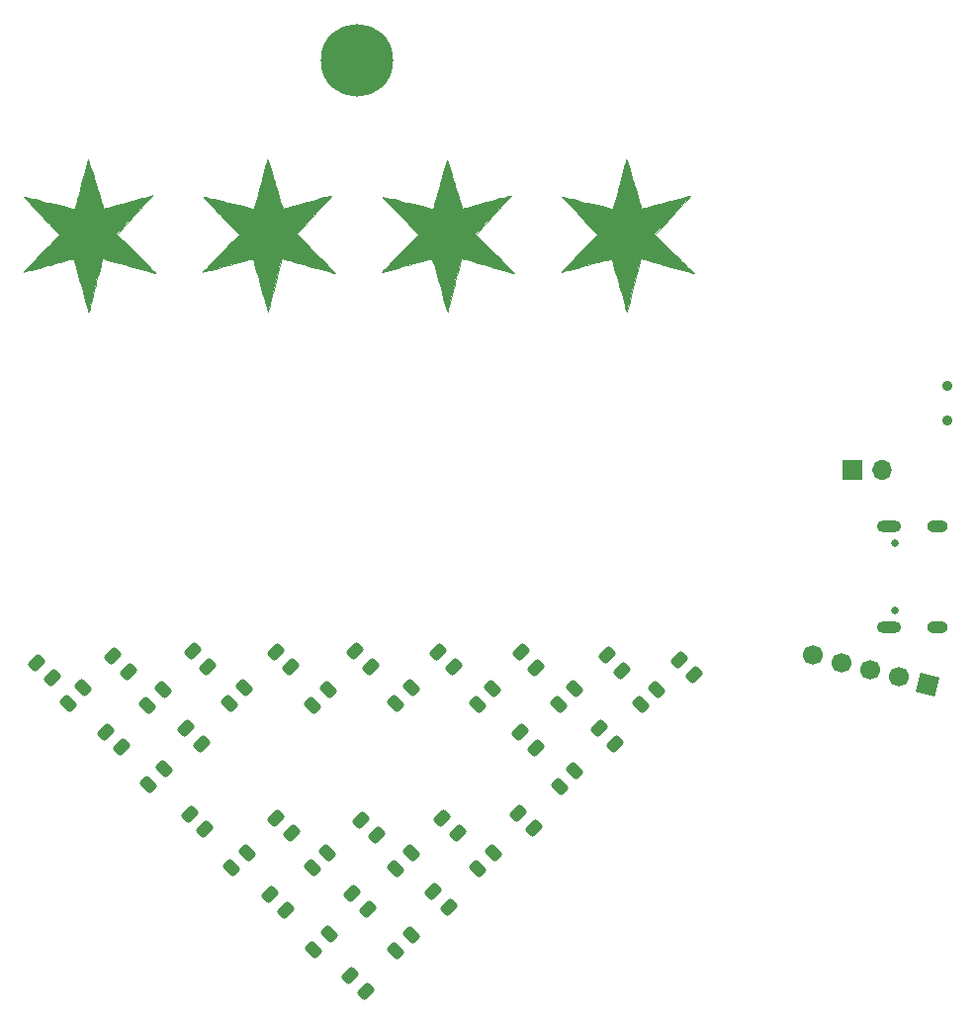
<source format=gbr>
G04 #@! TF.GenerationSoftware,KiCad,Pcbnew,(5.99.0-9526-g5c17ff0595)*
G04 #@! TF.CreationDate,2021-06-05T18:49:19-05:00*
G04 #@! TF.ProjectId,BlueTeamCon,426c7565-5465-4616-9d43-6f6e2e6b6963,rev?*
G04 #@! TF.SameCoordinates,Original*
G04 #@! TF.FileFunction,Soldermask,Top*
G04 #@! TF.FilePolarity,Negative*
%FSLAX46Y46*%
G04 Gerber Fmt 4.6, Leading zero omitted, Abs format (unit mm)*
G04 Created by KiCad (PCBNEW (5.99.0-9526-g5c17ff0595)) date 2021-06-05 18:49:19*
%MOMM*%
%LPD*%
G01*
G04 APERTURE LIST*
G04 Aperture macros list*
%AMRoundRect*
0 Rectangle with rounded corners*
0 $1 Rounding radius*
0 $2 $3 $4 $5 $6 $7 $8 $9 X,Y pos of 4 corners*
0 Add a 4 corners polygon primitive as box body*
4,1,4,$2,$3,$4,$5,$6,$7,$8,$9,$2,$3,0*
0 Add four circle primitives for the rounded corners*
1,1,$1+$1,$2,$3*
1,1,$1+$1,$4,$5*
1,1,$1+$1,$6,$7*
1,1,$1+$1,$8,$9*
0 Add four rect primitives between the rounded corners*
20,1,$1+$1,$2,$3,$4,$5,0*
20,1,$1+$1,$4,$5,$6,$7,0*
20,1,$1+$1,$6,$7,$8,$9,0*
20,1,$1+$1,$8,$9,$2,$3,0*%
%AMHorizOval*
0 Thick line with rounded ends*
0 $1 width*
0 $2 $3 position (X,Y) of the first rounded end (center of the circle)*
0 $4 $5 position (X,Y) of the second rounded end (center of the circle)*
0 Add line between two ends*
20,1,$1,$2,$3,$4,$5,0*
0 Add two circle primitives to create the rounded ends*
1,1,$1,$2,$3*
1,1,$1,$4,$5*%
%AMRotRect*
0 Rectangle, with rotation*
0 The origin of the aperture is its center*
0 $1 length*
0 $2 width*
0 $3 Rotation angle, in degrees counterclockwise*
0 Add horizontal line*
21,1,$1,$2,0,0,$3*%
G04 Aperture macros list end*
%ADD10C,0.010000*%
%ADD11RoundRect,0.243750X0.494975X0.150260X0.150260X0.494975X-0.494975X-0.150260X-0.150260X-0.494975X0*%
%ADD12RoundRect,0.243750X0.150260X-0.494975X0.494975X-0.150260X-0.150260X0.494975X-0.494975X0.150260X0*%
%ADD13C,6.200000*%
%ADD14RotRect,1.700000X1.700000X76.000000*%
%ADD15HorizOval,1.700000X0.000000X0.000000X0.000000X0.000000X0*%
%ADD16C,0.900000*%
%ADD17C,0.650000*%
%ADD18O,2.100000X1.000000*%
%ADD19O,1.800000X1.000000*%
%ADD20R,1.700000X1.700000*%
%ADD21O,1.700000X1.700000*%
G04 APERTURE END LIST*
D10*
X165309992Y-65900127D02*
X165348075Y-66017392D01*
X165348075Y-66017392D02*
X165405616Y-66200385D01*
X165405616Y-66200385D02*
X165480247Y-66441401D01*
X165480247Y-66441401D02*
X165569596Y-66732737D01*
X165569596Y-66732737D02*
X165671295Y-67066689D01*
X165671295Y-67066689D02*
X165782974Y-67435552D01*
X165782974Y-67435552D02*
X165902262Y-67831623D01*
X165902262Y-67831623D02*
X165939427Y-67955427D01*
X165939427Y-67955427D02*
X166060520Y-68358153D01*
X166060520Y-68358153D02*
X166174681Y-68735964D01*
X166174681Y-68735964D02*
X166279545Y-69081160D01*
X166279545Y-69081160D02*
X166372747Y-69386045D01*
X166372747Y-69386045D02*
X166451922Y-69642918D01*
X166451922Y-69642918D02*
X166514704Y-69844083D01*
X166514704Y-69844083D02*
X166558728Y-69981841D01*
X166558728Y-69981841D02*
X166581630Y-70048493D01*
X166581630Y-70048493D02*
X166584039Y-70053483D01*
X166584039Y-70053483D02*
X166627833Y-70046646D01*
X166627833Y-70046646D02*
X166745311Y-70018795D01*
X166745311Y-70018795D02*
X166928697Y-69972007D01*
X166928697Y-69972007D02*
X167170219Y-69908357D01*
X167170219Y-69908357D02*
X167462101Y-69829922D01*
X167462101Y-69829922D02*
X167796570Y-69738776D01*
X167796570Y-69738776D02*
X168165851Y-69636997D01*
X168165851Y-69636997D02*
X168562170Y-69526659D01*
X168562170Y-69526659D02*
X168666702Y-69497381D01*
X168666702Y-69497381D02*
X169069400Y-69384916D01*
X169069400Y-69384916D02*
X169447610Y-69280182D01*
X169447610Y-69280182D02*
X169793472Y-69185295D01*
X169793472Y-69185295D02*
X170099121Y-69102370D01*
X170099121Y-69102370D02*
X170356697Y-69033522D01*
X170356697Y-69033522D02*
X170558335Y-68980864D01*
X170558335Y-68980864D02*
X170696174Y-68946512D01*
X170696174Y-68946512D02*
X170762352Y-68932581D01*
X170762352Y-68932581D02*
X170766754Y-68932529D01*
X170766754Y-68932529D02*
X170746375Y-68965080D01*
X170746375Y-68965080D02*
X170673391Y-69053815D01*
X170673391Y-69053815D02*
X170552937Y-69192997D01*
X170552937Y-69192997D02*
X170390148Y-69376885D01*
X170390148Y-69376885D02*
X170190157Y-69599740D01*
X170190157Y-69599740D02*
X169958100Y-69855823D01*
X169958100Y-69855823D02*
X169699110Y-70139395D01*
X169699110Y-70139395D02*
X169418324Y-70444717D01*
X169418324Y-70444717D02*
X169279296Y-70595168D01*
X169279296Y-70595168D02*
X167752630Y-72244738D01*
X167752630Y-72244738D02*
X169435700Y-73928202D01*
X169435700Y-73928202D02*
X169746006Y-74239141D01*
X169746006Y-74239141D02*
X170036661Y-74531475D01*
X170036661Y-74531475D02*
X170302441Y-74799876D01*
X170302441Y-74799876D02*
X170538123Y-75039017D01*
X170538123Y-75039017D02*
X170738482Y-75243570D01*
X170738482Y-75243570D02*
X170898295Y-75408206D01*
X170898295Y-75408206D02*
X171012339Y-75527599D01*
X171012339Y-75527599D02*
X171075389Y-75596420D01*
X171075389Y-75596420D02*
X171086264Y-75611667D01*
X171086264Y-75611667D02*
X171040570Y-75600159D01*
X171040570Y-75600159D02*
X170921196Y-75567089D01*
X170921196Y-75567089D02*
X170735730Y-75514632D01*
X170735730Y-75514632D02*
X170491762Y-75444967D01*
X170491762Y-75444967D02*
X170196881Y-75360269D01*
X170196881Y-75360269D02*
X169858677Y-75262716D01*
X169858677Y-75262716D02*
X169484739Y-75154486D01*
X169484739Y-75154486D02*
X169082657Y-75037754D01*
X169082657Y-75037754D02*
X168881230Y-74979151D01*
X168881230Y-74979151D02*
X168465381Y-74858158D01*
X168465381Y-74858158D02*
X168071699Y-74743765D01*
X168071699Y-74743765D02*
X167708122Y-74638270D01*
X167708122Y-74638270D02*
X167382584Y-74543967D01*
X167382584Y-74543967D02*
X167103023Y-74463151D01*
X167103023Y-74463151D02*
X166877374Y-74398119D01*
X166877374Y-74398119D02*
X166713574Y-74351167D01*
X166713574Y-74351167D02*
X166619559Y-74324589D01*
X166619559Y-74324589D02*
X166602162Y-74319895D01*
X166602162Y-74319895D02*
X166495621Y-74293155D01*
X166495621Y-74293155D02*
X165933449Y-76550494D01*
X165933449Y-76550494D02*
X165797779Y-77093272D01*
X165797779Y-77093272D02*
X165680704Y-77557155D01*
X165680704Y-77557155D02*
X165581267Y-77945628D01*
X165581267Y-77945628D02*
X165498510Y-78262173D01*
X165498510Y-78262173D02*
X165431476Y-78510273D01*
X165431476Y-78510273D02*
X165379205Y-78693412D01*
X165379205Y-78693412D02*
X165340741Y-78815074D01*
X165340741Y-78815074D02*
X165315126Y-78878742D01*
X165315126Y-78878742D02*
X165301401Y-78887899D01*
X165301401Y-78887899D02*
X165298333Y-78860188D01*
X165298333Y-78860188D02*
X165287135Y-78808907D01*
X165287135Y-78808907D02*
X165255251Y-78685913D01*
X165255251Y-78685913D02*
X165205250Y-78500279D01*
X165205250Y-78500279D02*
X165139698Y-78261079D01*
X165139698Y-78261079D02*
X165061163Y-77977383D01*
X165061163Y-77977383D02*
X164972211Y-77658264D01*
X164972211Y-77658264D02*
X164875411Y-77312796D01*
X164875411Y-77312796D02*
X164773329Y-76950049D01*
X164773329Y-76950049D02*
X164668534Y-76579097D01*
X164668534Y-76579097D02*
X164563591Y-76209012D01*
X164563591Y-76209012D02*
X164461069Y-75848866D01*
X164461069Y-75848866D02*
X164363534Y-75507732D01*
X164363534Y-75507732D02*
X164273555Y-75194682D01*
X164273555Y-75194682D02*
X164193697Y-74918788D01*
X164193697Y-74918788D02*
X164126529Y-74689123D01*
X164126529Y-74689123D02*
X164074618Y-74514759D01*
X164074618Y-74514759D02*
X164040532Y-74404769D01*
X164040532Y-74404769D02*
X164027238Y-74368339D01*
X164027238Y-74368339D02*
X163980739Y-74371884D01*
X163980739Y-74371884D02*
X163860067Y-74396098D01*
X163860067Y-74396098D02*
X163672666Y-74439129D01*
X163672666Y-74439129D02*
X163425979Y-74499122D01*
X163425979Y-74499122D02*
X163127448Y-74574224D01*
X163127448Y-74574224D02*
X162784518Y-74662582D01*
X162784518Y-74662582D02*
X162404631Y-74762341D01*
X162404631Y-74762341D02*
X161995231Y-74871650D01*
X161995231Y-74871650D02*
X161864491Y-74906913D01*
X161864491Y-74906913D02*
X161455514Y-75017111D01*
X161455514Y-75017111D02*
X161071766Y-75119792D01*
X161071766Y-75119792D02*
X160720897Y-75212957D01*
X160720897Y-75212957D02*
X160410556Y-75294611D01*
X160410556Y-75294611D02*
X160148394Y-75362757D01*
X160148394Y-75362757D02*
X159942062Y-75415396D01*
X159942062Y-75415396D02*
X159799209Y-75450533D01*
X159799209Y-75450533D02*
X159727486Y-75466170D01*
X159727486Y-75466170D02*
X159720472Y-75466584D01*
X159720472Y-75466584D02*
X159746324Y-75434408D01*
X159746324Y-75434408D02*
X159826410Y-75347779D01*
X159826410Y-75347779D02*
X159955292Y-75212307D01*
X159955292Y-75212307D02*
X160127531Y-75033600D01*
X160127531Y-75033600D02*
X160337689Y-74817269D01*
X160337689Y-74817269D02*
X160580328Y-74568921D01*
X160580328Y-74568921D02*
X160850007Y-74294168D01*
X160850007Y-74294168D02*
X161141289Y-73998619D01*
X161141289Y-73998619D02*
X161271615Y-73866751D01*
X161271615Y-73866751D02*
X162838488Y-72282648D01*
X162838488Y-72282648D02*
X161297216Y-70676907D01*
X161297216Y-70676907D02*
X161003565Y-70370155D01*
X161003565Y-70370155D02*
X160729426Y-70082199D01*
X160729426Y-70082199D02*
X160480088Y-69818705D01*
X160480088Y-69818705D02*
X160260842Y-69585341D01*
X160260842Y-69585341D02*
X160076976Y-69387772D01*
X160076976Y-69387772D02*
X159933781Y-69231664D01*
X159933781Y-69231664D02*
X159836544Y-69122685D01*
X159836544Y-69122685D02*
X159790556Y-69066500D01*
X159790556Y-69066500D02*
X159787860Y-69059981D01*
X159787860Y-69059981D02*
X159833923Y-69067694D01*
X159833923Y-69067694D02*
X159954399Y-69093997D01*
X159954399Y-69093997D02*
X160141539Y-69137046D01*
X160141539Y-69137046D02*
X160387595Y-69194997D01*
X160387595Y-69194997D02*
X160684815Y-69266006D01*
X160684815Y-69266006D02*
X161025451Y-69348227D01*
X161025451Y-69348227D02*
X161401754Y-69439817D01*
X161401754Y-69439817D02*
X161805973Y-69538930D01*
X161805973Y-69538930D02*
X161972135Y-69579873D01*
X161972135Y-69579873D02*
X162384420Y-69681337D01*
X162384420Y-69681337D02*
X162771150Y-69775999D01*
X162771150Y-69775999D02*
X163124679Y-69862026D01*
X163124679Y-69862026D02*
X163437361Y-69937579D01*
X163437361Y-69937579D02*
X163701552Y-70000825D01*
X163701552Y-70000825D02*
X163909606Y-70049925D01*
X163909606Y-70049925D02*
X164053877Y-70083045D01*
X164053877Y-70083045D02*
X164126720Y-70098349D01*
X164126720Y-70098349D02*
X164134156Y-70099058D01*
X164134156Y-70099058D02*
X164146534Y-70057062D01*
X164146534Y-70057062D02*
X164178492Y-69940867D01*
X164178492Y-69940867D02*
X164227977Y-69758132D01*
X164227977Y-69758132D02*
X164292938Y-69516514D01*
X164292938Y-69516514D02*
X164371321Y-69223671D01*
X164371321Y-69223671D02*
X164461075Y-68887262D01*
X164461075Y-68887262D02*
X164560147Y-68514943D01*
X164560147Y-68514943D02*
X164666485Y-68114374D01*
X164666485Y-68114374D02*
X164707328Y-67960281D01*
X164707328Y-67960281D02*
X164815923Y-67552442D01*
X164815923Y-67552442D02*
X164918497Y-67171138D01*
X164918497Y-67171138D02*
X165012959Y-66823870D01*
X165012959Y-66823870D02*
X165097220Y-66518135D01*
X165097220Y-66518135D02*
X165169190Y-66261434D01*
X165169190Y-66261434D02*
X165226779Y-66061264D01*
X165226779Y-66061264D02*
X165267896Y-65925124D01*
X165267896Y-65925124D02*
X165290452Y-65860514D01*
X165290452Y-65860514D02*
X165293737Y-65856292D01*
X165293737Y-65856292D02*
X165309992Y-65900127D01*
X165309992Y-65900127D02*
X165309992Y-65900127D01*
G36*
X165309992Y-65900127D02*
G01*
X165348075Y-66017392D01*
X165405616Y-66200385D01*
X165480247Y-66441401D01*
X165569596Y-66732737D01*
X165671295Y-67066689D01*
X165782974Y-67435552D01*
X165902262Y-67831623D01*
X165939427Y-67955427D01*
X166060520Y-68358153D01*
X166174681Y-68735964D01*
X166279545Y-69081160D01*
X166372747Y-69386045D01*
X166451922Y-69642918D01*
X166514704Y-69844083D01*
X166558728Y-69981841D01*
X166581630Y-70048493D01*
X166584039Y-70053483D01*
X166627833Y-70046646D01*
X166745311Y-70018795D01*
X166928697Y-69972007D01*
X167170219Y-69908357D01*
X167462101Y-69829922D01*
X167796570Y-69738776D01*
X168165851Y-69636997D01*
X168562170Y-69526659D01*
X168666702Y-69497381D01*
X169069400Y-69384916D01*
X169447610Y-69280182D01*
X169793472Y-69185295D01*
X170099121Y-69102370D01*
X170356697Y-69033522D01*
X170558335Y-68980864D01*
X170696174Y-68946512D01*
X170762352Y-68932581D01*
X170766754Y-68932529D01*
X170746375Y-68965080D01*
X170673391Y-69053815D01*
X170552937Y-69192997D01*
X170390148Y-69376885D01*
X170190157Y-69599740D01*
X169958100Y-69855823D01*
X169699110Y-70139395D01*
X169418324Y-70444717D01*
X169279296Y-70595168D01*
X167752630Y-72244738D01*
X169435700Y-73928202D01*
X169746006Y-74239141D01*
X170036661Y-74531475D01*
X170302441Y-74799876D01*
X170538123Y-75039017D01*
X170738482Y-75243570D01*
X170898295Y-75408206D01*
X171012339Y-75527599D01*
X171075389Y-75596420D01*
X171086264Y-75611667D01*
X171040570Y-75600159D01*
X170921196Y-75567089D01*
X170735730Y-75514632D01*
X170491762Y-75444967D01*
X170196881Y-75360269D01*
X169858677Y-75262716D01*
X169484739Y-75154486D01*
X169082657Y-75037754D01*
X168881230Y-74979151D01*
X168465381Y-74858158D01*
X168071699Y-74743765D01*
X167708122Y-74638270D01*
X167382584Y-74543967D01*
X167103023Y-74463151D01*
X166877374Y-74398119D01*
X166713574Y-74351167D01*
X166619559Y-74324589D01*
X166602162Y-74319895D01*
X166495621Y-74293155D01*
X165933449Y-76550494D01*
X165797779Y-77093272D01*
X165680704Y-77557155D01*
X165581267Y-77945628D01*
X165498510Y-78262173D01*
X165431476Y-78510273D01*
X165379205Y-78693412D01*
X165340741Y-78815074D01*
X165315126Y-78878742D01*
X165301401Y-78887899D01*
X165298333Y-78860188D01*
X165287135Y-78808907D01*
X165255251Y-78685913D01*
X165205250Y-78500279D01*
X165139698Y-78261079D01*
X165061163Y-77977383D01*
X164972211Y-77658264D01*
X164875411Y-77312796D01*
X164773329Y-76950049D01*
X164668534Y-76579097D01*
X164563591Y-76209012D01*
X164461069Y-75848866D01*
X164363534Y-75507732D01*
X164273555Y-75194682D01*
X164193697Y-74918788D01*
X164126529Y-74689123D01*
X164074618Y-74514759D01*
X164040532Y-74404769D01*
X164027238Y-74368339D01*
X163980739Y-74371884D01*
X163860067Y-74396098D01*
X163672666Y-74439129D01*
X163425979Y-74499122D01*
X163127448Y-74574224D01*
X162784518Y-74662582D01*
X162404631Y-74762341D01*
X161995231Y-74871650D01*
X161864491Y-74906913D01*
X161455514Y-75017111D01*
X161071766Y-75119792D01*
X160720897Y-75212957D01*
X160410556Y-75294611D01*
X160148394Y-75362757D01*
X159942062Y-75415396D01*
X159799209Y-75450533D01*
X159727486Y-75466170D01*
X159720472Y-75466584D01*
X159746324Y-75434408D01*
X159826410Y-75347779D01*
X159955292Y-75212307D01*
X160127531Y-75033600D01*
X160337689Y-74817269D01*
X160580328Y-74568921D01*
X160850007Y-74294168D01*
X161141289Y-73998619D01*
X161271615Y-73866751D01*
X162838488Y-72282648D01*
X161297216Y-70676907D01*
X161003565Y-70370155D01*
X160729426Y-70082199D01*
X160480088Y-69818705D01*
X160260842Y-69585341D01*
X160076976Y-69387772D01*
X159933781Y-69231664D01*
X159836544Y-69122685D01*
X159790556Y-69066500D01*
X159787860Y-69059981D01*
X159833923Y-69067694D01*
X159954399Y-69093997D01*
X160141539Y-69137046D01*
X160387595Y-69194997D01*
X160684815Y-69266006D01*
X161025451Y-69348227D01*
X161401754Y-69439817D01*
X161805973Y-69538930D01*
X161972135Y-69579873D01*
X162384420Y-69681337D01*
X162771150Y-69775999D01*
X163124679Y-69862026D01*
X163437361Y-69937579D01*
X163701552Y-70000825D01*
X163909606Y-70049925D01*
X164053877Y-70083045D01*
X164126720Y-70098349D01*
X164134156Y-70099058D01*
X164146534Y-70057062D01*
X164178492Y-69940867D01*
X164227977Y-69758132D01*
X164292938Y-69516514D01*
X164371321Y-69223671D01*
X164461075Y-68887262D01*
X164560147Y-68514943D01*
X164666485Y-68114374D01*
X164707328Y-67960281D01*
X164815923Y-67552442D01*
X164918497Y-67171138D01*
X165012959Y-66823870D01*
X165097220Y-66518135D01*
X165169190Y-66261434D01*
X165226779Y-66061264D01*
X165267896Y-65925124D01*
X165290452Y-65860514D01*
X165293737Y-65856292D01*
X165309992Y-65900127D01*
G37*
X165309992Y-65900127D02*
X165348075Y-66017392D01*
X165405616Y-66200385D01*
X165480247Y-66441401D01*
X165569596Y-66732737D01*
X165671295Y-67066689D01*
X165782974Y-67435552D01*
X165902262Y-67831623D01*
X165939427Y-67955427D01*
X166060520Y-68358153D01*
X166174681Y-68735964D01*
X166279545Y-69081160D01*
X166372747Y-69386045D01*
X166451922Y-69642918D01*
X166514704Y-69844083D01*
X166558728Y-69981841D01*
X166581630Y-70048493D01*
X166584039Y-70053483D01*
X166627833Y-70046646D01*
X166745311Y-70018795D01*
X166928697Y-69972007D01*
X167170219Y-69908357D01*
X167462101Y-69829922D01*
X167796570Y-69738776D01*
X168165851Y-69636997D01*
X168562170Y-69526659D01*
X168666702Y-69497381D01*
X169069400Y-69384916D01*
X169447610Y-69280182D01*
X169793472Y-69185295D01*
X170099121Y-69102370D01*
X170356697Y-69033522D01*
X170558335Y-68980864D01*
X170696174Y-68946512D01*
X170762352Y-68932581D01*
X170766754Y-68932529D01*
X170746375Y-68965080D01*
X170673391Y-69053815D01*
X170552937Y-69192997D01*
X170390148Y-69376885D01*
X170190157Y-69599740D01*
X169958100Y-69855823D01*
X169699110Y-70139395D01*
X169418324Y-70444717D01*
X169279296Y-70595168D01*
X167752630Y-72244738D01*
X169435700Y-73928202D01*
X169746006Y-74239141D01*
X170036661Y-74531475D01*
X170302441Y-74799876D01*
X170538123Y-75039017D01*
X170738482Y-75243570D01*
X170898295Y-75408206D01*
X171012339Y-75527599D01*
X171075389Y-75596420D01*
X171086264Y-75611667D01*
X171040570Y-75600159D01*
X170921196Y-75567089D01*
X170735730Y-75514632D01*
X170491762Y-75444967D01*
X170196881Y-75360269D01*
X169858677Y-75262716D01*
X169484739Y-75154486D01*
X169082657Y-75037754D01*
X168881230Y-74979151D01*
X168465381Y-74858158D01*
X168071699Y-74743765D01*
X167708122Y-74638270D01*
X167382584Y-74543967D01*
X167103023Y-74463151D01*
X166877374Y-74398119D01*
X166713574Y-74351167D01*
X166619559Y-74324589D01*
X166602162Y-74319895D01*
X166495621Y-74293155D01*
X165933449Y-76550494D01*
X165797779Y-77093272D01*
X165680704Y-77557155D01*
X165581267Y-77945628D01*
X165498510Y-78262173D01*
X165431476Y-78510273D01*
X165379205Y-78693412D01*
X165340741Y-78815074D01*
X165315126Y-78878742D01*
X165301401Y-78887899D01*
X165298333Y-78860188D01*
X165287135Y-78808907D01*
X165255251Y-78685913D01*
X165205250Y-78500279D01*
X165139698Y-78261079D01*
X165061163Y-77977383D01*
X164972211Y-77658264D01*
X164875411Y-77312796D01*
X164773329Y-76950049D01*
X164668534Y-76579097D01*
X164563591Y-76209012D01*
X164461069Y-75848866D01*
X164363534Y-75507732D01*
X164273555Y-75194682D01*
X164193697Y-74918788D01*
X164126529Y-74689123D01*
X164074618Y-74514759D01*
X164040532Y-74404769D01*
X164027238Y-74368339D01*
X163980739Y-74371884D01*
X163860067Y-74396098D01*
X163672666Y-74439129D01*
X163425979Y-74499122D01*
X163127448Y-74574224D01*
X162784518Y-74662582D01*
X162404631Y-74762341D01*
X161995231Y-74871650D01*
X161864491Y-74906913D01*
X161455514Y-75017111D01*
X161071766Y-75119792D01*
X160720897Y-75212957D01*
X160410556Y-75294611D01*
X160148394Y-75362757D01*
X159942062Y-75415396D01*
X159799209Y-75450533D01*
X159727486Y-75466170D01*
X159720472Y-75466584D01*
X159746324Y-75434408D01*
X159826410Y-75347779D01*
X159955292Y-75212307D01*
X160127531Y-75033600D01*
X160337689Y-74817269D01*
X160580328Y-74568921D01*
X160850007Y-74294168D01*
X161141289Y-73998619D01*
X161271615Y-73866751D01*
X162838488Y-72282648D01*
X161297216Y-70676907D01*
X161003565Y-70370155D01*
X160729426Y-70082199D01*
X160480088Y-69818705D01*
X160260842Y-69585341D01*
X160076976Y-69387772D01*
X159933781Y-69231664D01*
X159836544Y-69122685D01*
X159790556Y-69066500D01*
X159787860Y-69059981D01*
X159833923Y-69067694D01*
X159954399Y-69093997D01*
X160141539Y-69137046D01*
X160387595Y-69194997D01*
X160684815Y-69266006D01*
X161025451Y-69348227D01*
X161401754Y-69439817D01*
X161805973Y-69538930D01*
X161972135Y-69579873D01*
X162384420Y-69681337D01*
X162771150Y-69775999D01*
X163124679Y-69862026D01*
X163437361Y-69937579D01*
X163701552Y-70000825D01*
X163909606Y-70049925D01*
X164053877Y-70083045D01*
X164126720Y-70098349D01*
X164134156Y-70099058D01*
X164146534Y-70057062D01*
X164178492Y-69940867D01*
X164227977Y-69758132D01*
X164292938Y-69516514D01*
X164371321Y-69223671D01*
X164461075Y-68887262D01*
X164560147Y-68514943D01*
X164666485Y-68114374D01*
X164707328Y-67960281D01*
X164815923Y-67552442D01*
X164918497Y-67171138D01*
X165012959Y-66823870D01*
X165097220Y-66518135D01*
X165169190Y-66261434D01*
X165226779Y-66061264D01*
X165267896Y-65925124D01*
X165290452Y-65860514D01*
X165293737Y-65856292D01*
X165309992Y-65900127D01*
X134577684Y-65898875D02*
X134616199Y-66006033D01*
X134616199Y-66006033D02*
X134674041Y-66179615D01*
X134674041Y-66179615D02*
X134748871Y-66412237D01*
X134748871Y-66412237D02*
X134838352Y-66696515D01*
X134838352Y-66696515D02*
X134940147Y-67025065D01*
X134940147Y-67025065D02*
X135051918Y-67390502D01*
X135051918Y-67390502D02*
X135171328Y-67785441D01*
X135171328Y-67785441D02*
X135220832Y-67950444D01*
X135220832Y-67950444D02*
X135342968Y-68356330D01*
X135342968Y-68356330D02*
X135458626Y-68736646D01*
X135458626Y-68736646D02*
X135565432Y-69083864D01*
X135565432Y-69083864D02*
X135661012Y-69390453D01*
X135661012Y-69390453D02*
X135742991Y-69648887D01*
X135742991Y-69648887D02*
X135808996Y-69851637D01*
X135808996Y-69851637D02*
X135856653Y-69991174D01*
X135856653Y-69991174D02*
X135883588Y-70059969D01*
X135883588Y-70059969D02*
X135887948Y-70066000D01*
X135887948Y-70066000D02*
X135934166Y-70054911D01*
X135934166Y-70054911D02*
X136054042Y-70023088D01*
X136054042Y-70023088D02*
X136239723Y-69972692D01*
X136239723Y-69972692D02*
X136483356Y-69905885D01*
X136483356Y-69905885D02*
X136777088Y-69824831D01*
X136777088Y-69824831D02*
X137113065Y-69731691D01*
X137113065Y-69731691D02*
X137483434Y-69628629D01*
X137483434Y-69628629D02*
X137880342Y-69517806D01*
X137880342Y-69517806D02*
X137976888Y-69490794D01*
X137976888Y-69490794D02*
X138378346Y-69378988D01*
X138378346Y-69378988D02*
X138754761Y-69275231D01*
X138754761Y-69275231D02*
X139098345Y-69181594D01*
X139098345Y-69181594D02*
X139401307Y-69100149D01*
X139401307Y-69100149D02*
X139655856Y-69032970D01*
X139655856Y-69032970D02*
X139854203Y-68982127D01*
X139854203Y-68982127D02*
X139988555Y-68949693D01*
X139988555Y-68949693D02*
X140051124Y-68937741D01*
X140051124Y-68937741D02*
X140054607Y-68938163D01*
X140054607Y-68938163D02*
X140030577Y-68971729D01*
X140030577Y-68971729D02*
X139955330Y-69060344D01*
X139955330Y-69060344D02*
X139835254Y-69197011D01*
X139835254Y-69197011D02*
X139676741Y-69374733D01*
X139676741Y-69374733D02*
X139486179Y-69586511D01*
X139486179Y-69586511D02*
X139269958Y-69825347D01*
X139269958Y-69825347D02*
X139034468Y-70084245D01*
X139034468Y-70084245D02*
X138786099Y-70356206D01*
X138786099Y-70356206D02*
X138531239Y-70634232D01*
X138531239Y-70634232D02*
X138276279Y-70911326D01*
X138276279Y-70911326D02*
X138027609Y-71180490D01*
X138027609Y-71180490D02*
X137791617Y-71434726D01*
X137791617Y-71434726D02*
X137574694Y-71667036D01*
X137574694Y-71667036D02*
X137383229Y-71870424D01*
X137383229Y-71870424D02*
X137236367Y-72024617D01*
X137236367Y-72024617D02*
X137042636Y-72226401D01*
X137042636Y-72226401D02*
X138712037Y-73896203D01*
X138712037Y-73896203D02*
X139021530Y-74206563D01*
X139021530Y-74206563D02*
X139311613Y-74498993D01*
X139311613Y-74498993D02*
X139576992Y-74768053D01*
X139576992Y-74768053D02*
X139812376Y-75008304D01*
X139812376Y-75008304D02*
X140012472Y-75214306D01*
X140012472Y-75214306D02*
X140171988Y-75380618D01*
X140171988Y-75380618D02*
X140285632Y-75501802D01*
X140285632Y-75501802D02*
X140348111Y-75572416D01*
X140348111Y-75572416D02*
X140358682Y-75588762D01*
X140358682Y-75588762D02*
X140314970Y-75581491D01*
X140314970Y-75581491D02*
X140197392Y-75552394D01*
X140197392Y-75552394D02*
X140013314Y-75503521D01*
X140013314Y-75503521D02*
X139770101Y-75436921D01*
X139770101Y-75436921D02*
X139475119Y-75354643D01*
X139475119Y-75354643D02*
X139135731Y-75258738D01*
X139135731Y-75258738D02*
X138759305Y-75151253D01*
X138759305Y-75151253D02*
X138353204Y-75034239D01*
X138353204Y-75034239D02*
X138062467Y-74949866D01*
X138062467Y-74949866D02*
X137640630Y-74827444D01*
X137640630Y-74827444D02*
X137243724Y-74712931D01*
X137243724Y-74712931D02*
X136879074Y-74608393D01*
X136879074Y-74608393D02*
X136554011Y-74515901D01*
X136554011Y-74515901D02*
X136275860Y-74437521D01*
X136275860Y-74437521D02*
X136051949Y-74375323D01*
X136051949Y-74375323D02*
X135889607Y-74331375D01*
X135889607Y-74331375D02*
X135796160Y-74307745D01*
X135796160Y-74307745D02*
X135775691Y-74304356D01*
X135775691Y-74304356D02*
X135763263Y-74347277D01*
X135763263Y-74347277D02*
X135732313Y-74464922D01*
X135732313Y-74464922D02*
X135684727Y-74649847D01*
X135684727Y-74649847D02*
X135622390Y-74894605D01*
X135622390Y-74894605D02*
X135547190Y-75191750D01*
X135547190Y-75191750D02*
X135461012Y-75533838D01*
X135461012Y-75533838D02*
X135365741Y-75913423D01*
X135365741Y-75913423D02*
X135263265Y-76323058D01*
X135263265Y-76323058D02*
X135192833Y-76605326D01*
X135192833Y-76605326D02*
X135086702Y-77028643D01*
X135086702Y-77028643D02*
X134986124Y-77425081D01*
X134986124Y-77425081D02*
X134893010Y-77787434D01*
X134893010Y-77787434D02*
X134809267Y-78108496D01*
X134809267Y-78108496D02*
X134736805Y-78381060D01*
X134736805Y-78381060D02*
X134677534Y-78597921D01*
X134677534Y-78597921D02*
X134633362Y-78751872D01*
X134633362Y-78751872D02*
X134606198Y-78835707D01*
X134606198Y-78835707D02*
X134598419Y-78848992D01*
X134598419Y-78848992D02*
X134582628Y-78801540D01*
X134582628Y-78801540D02*
X134546291Y-78680104D01*
X134546291Y-78680104D02*
X134491573Y-78492264D01*
X134491573Y-78492264D02*
X134420639Y-78245601D01*
X134420639Y-78245601D02*
X134335655Y-77947694D01*
X134335655Y-77947694D02*
X134238787Y-77606123D01*
X134238787Y-77606123D02*
X134132201Y-77228469D01*
X134132201Y-77228469D02*
X134018061Y-76822311D01*
X134018061Y-76822311D02*
X133951717Y-76585473D01*
X133951717Y-76585473D02*
X133834551Y-76167560D01*
X133834551Y-76167560D02*
X133723935Y-75774615D01*
X133723935Y-75774615D02*
X133622006Y-75414116D01*
X133622006Y-75414116D02*
X133530898Y-75093540D01*
X133530898Y-75093540D02*
X133452747Y-74820362D01*
X133452747Y-74820362D02*
X133389689Y-74602060D01*
X133389689Y-74602060D02*
X133343859Y-74446111D01*
X133343859Y-74446111D02*
X133317393Y-74359990D01*
X133317393Y-74359990D02*
X133311792Y-74345014D01*
X133311792Y-74345014D02*
X133268663Y-74352258D01*
X133268663Y-74352258D02*
X133151515Y-74379794D01*
X133151515Y-74379794D02*
X132968010Y-74425631D01*
X132968010Y-74425631D02*
X132725813Y-74487781D01*
X132725813Y-74487781D02*
X132432585Y-74564252D01*
X132432585Y-74564252D02*
X132095991Y-74653057D01*
X132095991Y-74653057D02*
X131723693Y-74752204D01*
X131723693Y-74752204D02*
X131323353Y-74859705D01*
X131323353Y-74859705D02*
X131166763Y-74901981D01*
X131166763Y-74901981D02*
X130757804Y-75012102D01*
X130757804Y-75012102D02*
X130373961Y-75114589D01*
X130373961Y-75114589D02*
X130022902Y-75207456D01*
X130022902Y-75207456D02*
X129712294Y-75288714D01*
X129712294Y-75288714D02*
X129449805Y-75356378D01*
X129449805Y-75356378D02*
X129243105Y-75408460D01*
X129243105Y-75408460D02*
X129099861Y-75442974D01*
X129099861Y-75442974D02*
X129027741Y-75457931D01*
X129027741Y-75457931D02*
X129020592Y-75458088D01*
X129020592Y-75458088D02*
X129044694Y-75424679D01*
X129044694Y-75424679D02*
X129121898Y-75338365D01*
X129121898Y-75338365D02*
X129245501Y-75206178D01*
X129245501Y-75206178D02*
X129408805Y-75035147D01*
X129408805Y-75035147D02*
X129605108Y-74832302D01*
X129605108Y-74832302D02*
X129827709Y-74604674D01*
X129827709Y-74604674D02*
X130015576Y-74414147D01*
X130015576Y-74414147D02*
X130287332Y-74139331D01*
X130287332Y-74139331D02*
X130567818Y-73855369D01*
X130567818Y-73855369D02*
X130844285Y-73575190D01*
X130844285Y-73575190D02*
X131103984Y-73311721D01*
X131103984Y-73311721D02*
X131334170Y-73077890D01*
X131334170Y-73077890D02*
X131522094Y-72886626D01*
X131522094Y-72886626D02*
X131576881Y-72830747D01*
X131576881Y-72830747D02*
X132123962Y-72272328D01*
X132123962Y-72272328D02*
X131050055Y-71158580D01*
X131050055Y-71158580D02*
X130779727Y-70878470D01*
X130779727Y-70878470D02*
X130506487Y-70595797D01*
X130506487Y-70595797D02*
X130241186Y-70321751D01*
X130241186Y-70321751D02*
X129994672Y-70067524D01*
X129994672Y-70067524D02*
X129777793Y-69844307D01*
X129777793Y-69844307D02*
X129601399Y-69663291D01*
X129601399Y-69663291D02*
X129510098Y-69570004D01*
X129510098Y-69570004D02*
X129352863Y-69406871D01*
X129352863Y-69406871D02*
X129221385Y-69264809D01*
X129221385Y-69264809D02*
X129125158Y-69154541D01*
X129125158Y-69154541D02*
X129073676Y-69086790D01*
X129073676Y-69086790D02*
X129068267Y-69070955D01*
X129068267Y-69070955D02*
X129112809Y-69076166D01*
X129112809Y-69076166D02*
X129231776Y-69100117D01*
X129231776Y-69100117D02*
X129417454Y-69141013D01*
X129417454Y-69141013D02*
X129662129Y-69197055D01*
X129662129Y-69197055D02*
X129958088Y-69266445D01*
X129958088Y-69266445D02*
X130297618Y-69347387D01*
X130297618Y-69347387D02*
X130673005Y-69438083D01*
X130673005Y-69438083D02*
X131076536Y-69536735D01*
X131076536Y-69536735D02*
X131242667Y-69577667D01*
X131242667Y-69577667D02*
X131654971Y-69679090D01*
X131654971Y-69679090D02*
X132041942Y-69773538D01*
X132041942Y-69773538D02*
X132395902Y-69859188D01*
X132395902Y-69859188D02*
X132709169Y-69934218D01*
X132709169Y-69934218D02*
X132974063Y-69996803D01*
X132974063Y-69996803D02*
X133182905Y-70045122D01*
X133182905Y-70045122D02*
X133328014Y-70077351D01*
X133328014Y-70077351D02*
X133401710Y-70091668D01*
X133401710Y-70091668D02*
X133409470Y-70091974D01*
X133409470Y-70091974D02*
X133423226Y-70049027D01*
X133423226Y-70049027D02*
X133456481Y-69931966D01*
X133456481Y-69931966D02*
X133507135Y-69748542D01*
X133507135Y-69748542D02*
X133573087Y-69506508D01*
X133573087Y-69506508D02*
X133652238Y-69213614D01*
X133652238Y-69213614D02*
X133742487Y-68877613D01*
X133742487Y-68877613D02*
X133841734Y-68506255D01*
X133841734Y-68506255D02*
X133947879Y-68107293D01*
X133947879Y-68107293D02*
X133980123Y-67985759D01*
X133980123Y-67985759D02*
X134088177Y-67579555D01*
X134088177Y-67579555D02*
X134190296Y-67198224D01*
X134190296Y-67198224D02*
X134284340Y-66849588D01*
X134284340Y-66849588D02*
X134368165Y-66541470D01*
X134368165Y-66541470D02*
X134439628Y-66281693D01*
X134439628Y-66281693D02*
X134496588Y-66078079D01*
X134496588Y-66078079D02*
X134536901Y-65938451D01*
X134536901Y-65938451D02*
X134558425Y-65870631D01*
X134558425Y-65870631D02*
X134560833Y-65865527D01*
X134560833Y-65865527D02*
X134577684Y-65898875D01*
X134577684Y-65898875D02*
X134577684Y-65898875D01*
G36*
X134577684Y-65898875D02*
G01*
X134616199Y-66006033D01*
X134674041Y-66179615D01*
X134748871Y-66412237D01*
X134838352Y-66696515D01*
X134940147Y-67025065D01*
X135051918Y-67390502D01*
X135171328Y-67785441D01*
X135220832Y-67950444D01*
X135342968Y-68356330D01*
X135458626Y-68736646D01*
X135565432Y-69083864D01*
X135661012Y-69390453D01*
X135742991Y-69648887D01*
X135808996Y-69851637D01*
X135856653Y-69991174D01*
X135883588Y-70059969D01*
X135887948Y-70066000D01*
X135934166Y-70054911D01*
X136054042Y-70023088D01*
X136239723Y-69972692D01*
X136483356Y-69905885D01*
X136777088Y-69824831D01*
X137113065Y-69731691D01*
X137483434Y-69628629D01*
X137880342Y-69517806D01*
X137976888Y-69490794D01*
X138378346Y-69378988D01*
X138754761Y-69275231D01*
X139098345Y-69181594D01*
X139401307Y-69100149D01*
X139655856Y-69032970D01*
X139854203Y-68982127D01*
X139988555Y-68949693D01*
X140051124Y-68937741D01*
X140054607Y-68938163D01*
X140030577Y-68971729D01*
X139955330Y-69060344D01*
X139835254Y-69197011D01*
X139676741Y-69374733D01*
X139486179Y-69586511D01*
X139269958Y-69825347D01*
X139034468Y-70084245D01*
X138786099Y-70356206D01*
X138531239Y-70634232D01*
X138276279Y-70911326D01*
X138027609Y-71180490D01*
X137791617Y-71434726D01*
X137574694Y-71667036D01*
X137383229Y-71870424D01*
X137236367Y-72024617D01*
X137042636Y-72226401D01*
X138712037Y-73896203D01*
X139021530Y-74206563D01*
X139311613Y-74498993D01*
X139576992Y-74768053D01*
X139812376Y-75008304D01*
X140012472Y-75214306D01*
X140171988Y-75380618D01*
X140285632Y-75501802D01*
X140348111Y-75572416D01*
X140358682Y-75588762D01*
X140314970Y-75581491D01*
X140197392Y-75552394D01*
X140013314Y-75503521D01*
X139770101Y-75436921D01*
X139475119Y-75354643D01*
X139135731Y-75258738D01*
X138759305Y-75151253D01*
X138353204Y-75034239D01*
X138062467Y-74949866D01*
X137640630Y-74827444D01*
X137243724Y-74712931D01*
X136879074Y-74608393D01*
X136554011Y-74515901D01*
X136275860Y-74437521D01*
X136051949Y-74375323D01*
X135889607Y-74331375D01*
X135796160Y-74307745D01*
X135775691Y-74304356D01*
X135763263Y-74347277D01*
X135732313Y-74464922D01*
X135684727Y-74649847D01*
X135622390Y-74894605D01*
X135547190Y-75191750D01*
X135461012Y-75533838D01*
X135365741Y-75913423D01*
X135263265Y-76323058D01*
X135192833Y-76605326D01*
X135086702Y-77028643D01*
X134986124Y-77425081D01*
X134893010Y-77787434D01*
X134809267Y-78108496D01*
X134736805Y-78381060D01*
X134677534Y-78597921D01*
X134633362Y-78751872D01*
X134606198Y-78835707D01*
X134598419Y-78848992D01*
X134582628Y-78801540D01*
X134546291Y-78680104D01*
X134491573Y-78492264D01*
X134420639Y-78245601D01*
X134335655Y-77947694D01*
X134238787Y-77606123D01*
X134132201Y-77228469D01*
X134018061Y-76822311D01*
X133951717Y-76585473D01*
X133834551Y-76167560D01*
X133723935Y-75774615D01*
X133622006Y-75414116D01*
X133530898Y-75093540D01*
X133452747Y-74820362D01*
X133389689Y-74602060D01*
X133343859Y-74446111D01*
X133317393Y-74359990D01*
X133311792Y-74345014D01*
X133268663Y-74352258D01*
X133151515Y-74379794D01*
X132968010Y-74425631D01*
X132725813Y-74487781D01*
X132432585Y-74564252D01*
X132095991Y-74653057D01*
X131723693Y-74752204D01*
X131323353Y-74859705D01*
X131166763Y-74901981D01*
X130757804Y-75012102D01*
X130373961Y-75114589D01*
X130022902Y-75207456D01*
X129712294Y-75288714D01*
X129449805Y-75356378D01*
X129243105Y-75408460D01*
X129099861Y-75442974D01*
X129027741Y-75457931D01*
X129020592Y-75458088D01*
X129044694Y-75424679D01*
X129121898Y-75338365D01*
X129245501Y-75206178D01*
X129408805Y-75035147D01*
X129605108Y-74832302D01*
X129827709Y-74604674D01*
X130015576Y-74414147D01*
X130287332Y-74139331D01*
X130567818Y-73855369D01*
X130844285Y-73575190D01*
X131103984Y-73311721D01*
X131334170Y-73077890D01*
X131522094Y-72886626D01*
X131576881Y-72830747D01*
X132123962Y-72272328D01*
X131050055Y-71158580D01*
X130779727Y-70878470D01*
X130506487Y-70595797D01*
X130241186Y-70321751D01*
X129994672Y-70067524D01*
X129777793Y-69844307D01*
X129601399Y-69663291D01*
X129510098Y-69570004D01*
X129352863Y-69406871D01*
X129221385Y-69264809D01*
X129125158Y-69154541D01*
X129073676Y-69086790D01*
X129068267Y-69070955D01*
X129112809Y-69076166D01*
X129231776Y-69100117D01*
X129417454Y-69141013D01*
X129662129Y-69197055D01*
X129958088Y-69266445D01*
X130297618Y-69347387D01*
X130673005Y-69438083D01*
X131076536Y-69536735D01*
X131242667Y-69577667D01*
X131654971Y-69679090D01*
X132041942Y-69773538D01*
X132395902Y-69859188D01*
X132709169Y-69934218D01*
X132974063Y-69996803D01*
X133182905Y-70045122D01*
X133328014Y-70077351D01*
X133401710Y-70091668D01*
X133409470Y-70091974D01*
X133423226Y-70049027D01*
X133456481Y-69931966D01*
X133507135Y-69748542D01*
X133573087Y-69506508D01*
X133652238Y-69213614D01*
X133742487Y-68877613D01*
X133841734Y-68506255D01*
X133947879Y-68107293D01*
X133980123Y-67985759D01*
X134088177Y-67579555D01*
X134190296Y-67198224D01*
X134284340Y-66849588D01*
X134368165Y-66541470D01*
X134439628Y-66281693D01*
X134496588Y-66078079D01*
X134536901Y-65938451D01*
X134558425Y-65870631D01*
X134560833Y-65865527D01*
X134577684Y-65898875D01*
G37*
X134577684Y-65898875D02*
X134616199Y-66006033D01*
X134674041Y-66179615D01*
X134748871Y-66412237D01*
X134838352Y-66696515D01*
X134940147Y-67025065D01*
X135051918Y-67390502D01*
X135171328Y-67785441D01*
X135220832Y-67950444D01*
X135342968Y-68356330D01*
X135458626Y-68736646D01*
X135565432Y-69083864D01*
X135661012Y-69390453D01*
X135742991Y-69648887D01*
X135808996Y-69851637D01*
X135856653Y-69991174D01*
X135883588Y-70059969D01*
X135887948Y-70066000D01*
X135934166Y-70054911D01*
X136054042Y-70023088D01*
X136239723Y-69972692D01*
X136483356Y-69905885D01*
X136777088Y-69824831D01*
X137113065Y-69731691D01*
X137483434Y-69628629D01*
X137880342Y-69517806D01*
X137976888Y-69490794D01*
X138378346Y-69378988D01*
X138754761Y-69275231D01*
X139098345Y-69181594D01*
X139401307Y-69100149D01*
X139655856Y-69032970D01*
X139854203Y-68982127D01*
X139988555Y-68949693D01*
X140051124Y-68937741D01*
X140054607Y-68938163D01*
X140030577Y-68971729D01*
X139955330Y-69060344D01*
X139835254Y-69197011D01*
X139676741Y-69374733D01*
X139486179Y-69586511D01*
X139269958Y-69825347D01*
X139034468Y-70084245D01*
X138786099Y-70356206D01*
X138531239Y-70634232D01*
X138276279Y-70911326D01*
X138027609Y-71180490D01*
X137791617Y-71434726D01*
X137574694Y-71667036D01*
X137383229Y-71870424D01*
X137236367Y-72024617D01*
X137042636Y-72226401D01*
X138712037Y-73896203D01*
X139021530Y-74206563D01*
X139311613Y-74498993D01*
X139576992Y-74768053D01*
X139812376Y-75008304D01*
X140012472Y-75214306D01*
X140171988Y-75380618D01*
X140285632Y-75501802D01*
X140348111Y-75572416D01*
X140358682Y-75588762D01*
X140314970Y-75581491D01*
X140197392Y-75552394D01*
X140013314Y-75503521D01*
X139770101Y-75436921D01*
X139475119Y-75354643D01*
X139135731Y-75258738D01*
X138759305Y-75151253D01*
X138353204Y-75034239D01*
X138062467Y-74949866D01*
X137640630Y-74827444D01*
X137243724Y-74712931D01*
X136879074Y-74608393D01*
X136554011Y-74515901D01*
X136275860Y-74437521D01*
X136051949Y-74375323D01*
X135889607Y-74331375D01*
X135796160Y-74307745D01*
X135775691Y-74304356D01*
X135763263Y-74347277D01*
X135732313Y-74464922D01*
X135684727Y-74649847D01*
X135622390Y-74894605D01*
X135547190Y-75191750D01*
X135461012Y-75533838D01*
X135365741Y-75913423D01*
X135263265Y-76323058D01*
X135192833Y-76605326D01*
X135086702Y-77028643D01*
X134986124Y-77425081D01*
X134893010Y-77787434D01*
X134809267Y-78108496D01*
X134736805Y-78381060D01*
X134677534Y-78597921D01*
X134633362Y-78751872D01*
X134606198Y-78835707D01*
X134598419Y-78848992D01*
X134582628Y-78801540D01*
X134546291Y-78680104D01*
X134491573Y-78492264D01*
X134420639Y-78245601D01*
X134335655Y-77947694D01*
X134238787Y-77606123D01*
X134132201Y-77228469D01*
X134018061Y-76822311D01*
X133951717Y-76585473D01*
X133834551Y-76167560D01*
X133723935Y-75774615D01*
X133622006Y-75414116D01*
X133530898Y-75093540D01*
X133452747Y-74820362D01*
X133389689Y-74602060D01*
X133343859Y-74446111D01*
X133317393Y-74359990D01*
X133311792Y-74345014D01*
X133268663Y-74352258D01*
X133151515Y-74379794D01*
X132968010Y-74425631D01*
X132725813Y-74487781D01*
X132432585Y-74564252D01*
X132095991Y-74653057D01*
X131723693Y-74752204D01*
X131323353Y-74859705D01*
X131166763Y-74901981D01*
X130757804Y-75012102D01*
X130373961Y-75114589D01*
X130022902Y-75207456D01*
X129712294Y-75288714D01*
X129449805Y-75356378D01*
X129243105Y-75408460D01*
X129099861Y-75442974D01*
X129027741Y-75457931D01*
X129020592Y-75458088D01*
X129044694Y-75424679D01*
X129121898Y-75338365D01*
X129245501Y-75206178D01*
X129408805Y-75035147D01*
X129605108Y-74832302D01*
X129827709Y-74604674D01*
X130015576Y-74414147D01*
X130287332Y-74139331D01*
X130567818Y-73855369D01*
X130844285Y-73575190D01*
X131103984Y-73311721D01*
X131334170Y-73077890D01*
X131522094Y-72886626D01*
X131576881Y-72830747D01*
X132123962Y-72272328D01*
X131050055Y-71158580D01*
X130779727Y-70878470D01*
X130506487Y-70595797D01*
X130241186Y-70321751D01*
X129994672Y-70067524D01*
X129777793Y-69844307D01*
X129601399Y-69663291D01*
X129510098Y-69570004D01*
X129352863Y-69406871D01*
X129221385Y-69264809D01*
X129125158Y-69154541D01*
X129073676Y-69086790D01*
X129068267Y-69070955D01*
X129112809Y-69076166D01*
X129231776Y-69100117D01*
X129417454Y-69141013D01*
X129662129Y-69197055D01*
X129958088Y-69266445D01*
X130297618Y-69347387D01*
X130673005Y-69438083D01*
X131076536Y-69536735D01*
X131242667Y-69577667D01*
X131654971Y-69679090D01*
X132041942Y-69773538D01*
X132395902Y-69859188D01*
X132709169Y-69934218D01*
X132974063Y-69996803D01*
X133182905Y-70045122D01*
X133328014Y-70077351D01*
X133401710Y-70091668D01*
X133409470Y-70091974D01*
X133423226Y-70049027D01*
X133456481Y-69931966D01*
X133507135Y-69748542D01*
X133573087Y-69506508D01*
X133652238Y-69213614D01*
X133742487Y-68877613D01*
X133841734Y-68506255D01*
X133947879Y-68107293D01*
X133980123Y-67985759D01*
X134088177Y-67579555D01*
X134190296Y-67198224D01*
X134284340Y-66849588D01*
X134368165Y-66541470D01*
X134439628Y-66281693D01*
X134496588Y-66078079D01*
X134536901Y-65938451D01*
X134558425Y-65870631D01*
X134560833Y-65865527D01*
X134577684Y-65898875D01*
X149960917Y-65912962D02*
X149962845Y-65917333D01*
X149962845Y-65917333D02*
X149982773Y-65977941D01*
X149982773Y-65977941D02*
X150024409Y-66111441D01*
X150024409Y-66111441D02*
X150085251Y-66309593D01*
X150085251Y-66309593D02*
X150162797Y-66564156D01*
X150162797Y-66564156D02*
X150254545Y-66866892D01*
X150254545Y-66866892D02*
X150357993Y-67209561D01*
X150357993Y-67209561D02*
X150470639Y-67583922D01*
X150470639Y-67583922D02*
X150589981Y-67981736D01*
X150589981Y-67981736D02*
X150608803Y-68044583D01*
X150608803Y-68044583D02*
X150728168Y-68441080D01*
X150728168Y-68441080D02*
X150841038Y-68811832D01*
X150841038Y-68811832D02*
X150944980Y-69149138D01*
X150944980Y-69149138D02*
X151037560Y-69445296D01*
X151037560Y-69445296D02*
X151116346Y-69692603D01*
X151116346Y-69692603D02*
X151178904Y-69883358D01*
X151178904Y-69883358D02*
X151222801Y-70009859D01*
X151222801Y-70009859D02*
X151245603Y-70064403D01*
X151245603Y-70064403D02*
X151247411Y-70066000D01*
X151247411Y-70066000D02*
X151293554Y-70054889D01*
X151293554Y-70054889D02*
X151413319Y-70023007D01*
X151413319Y-70023007D02*
X151598830Y-69972526D01*
X151598830Y-69972526D02*
X151842209Y-69905622D01*
X151842209Y-69905622D02*
X152135581Y-69824468D01*
X152135581Y-69824468D02*
X152471069Y-69731238D01*
X152471069Y-69731238D02*
X152840797Y-69628106D01*
X152840797Y-69628106D02*
X153236888Y-69517246D01*
X153236888Y-69517246D02*
X153322330Y-69493285D01*
X153322330Y-69493285D02*
X153723153Y-69381328D01*
X153723153Y-69381328D02*
X154099518Y-69277140D01*
X154099518Y-69277140D02*
X154443516Y-69182845D01*
X154443516Y-69182845D02*
X154747239Y-69100567D01*
X154747239Y-69100567D02*
X155002777Y-69032428D01*
X155002777Y-69032428D02*
X155202223Y-68980553D01*
X155202223Y-68980553D02*
X155337667Y-68947065D01*
X155337667Y-68947065D02*
X155401200Y-68934087D01*
X155401200Y-68934087D02*
X155404647Y-68934160D01*
X155404647Y-68934160D02*
X155384550Y-68966793D01*
X155384550Y-68966793D02*
X155311805Y-69055577D01*
X155311805Y-69055577D02*
X155191543Y-69194773D01*
X155191543Y-69194773D02*
X155028894Y-69378645D01*
X155028894Y-69378645D02*
X154828990Y-69601455D01*
X154828990Y-69601455D02*
X154596960Y-69857468D01*
X154596960Y-69857468D02*
X154337937Y-70140944D01*
X154337937Y-70140944D02*
X154057051Y-70446148D01*
X154057051Y-70446148D02*
X153917561Y-70596958D01*
X153917561Y-70596958D02*
X152389706Y-72246167D01*
X152389706Y-72246167D02*
X154070936Y-73934008D01*
X154070936Y-73934008D02*
X154379178Y-74244563D01*
X154379178Y-74244563D02*
X154666234Y-74535918D01*
X154666234Y-74535918D02*
X154927093Y-74802839D01*
X154927093Y-74802839D02*
X155156744Y-75040095D01*
X155156744Y-75040095D02*
X155350178Y-75242452D01*
X155350178Y-75242452D02*
X155502381Y-75404679D01*
X155502381Y-75404679D02*
X155608344Y-75521542D01*
X155608344Y-75521542D02*
X155663056Y-75587809D01*
X155663056Y-75587809D02*
X155667500Y-75601172D01*
X155667500Y-75601172D02*
X155611794Y-75585697D01*
X155611794Y-75585697D02*
X155482561Y-75548755D01*
X155482561Y-75548755D02*
X155287551Y-75492593D01*
X155287551Y-75492593D02*
X155034514Y-75419455D01*
X155034514Y-75419455D02*
X154731203Y-75331585D01*
X154731203Y-75331585D02*
X154385368Y-75231227D01*
X154385368Y-75231227D02*
X154004761Y-75120626D01*
X154004761Y-75120626D02*
X153597131Y-75002027D01*
X153597131Y-75002027D02*
X153368367Y-74935408D01*
X153368367Y-74935408D02*
X152952234Y-74814517D01*
X152952234Y-74814517D02*
X152561157Y-74701545D01*
X152561157Y-74701545D02*
X152202556Y-74598593D01*
X152202556Y-74598593D02*
X151883850Y-74507759D01*
X151883850Y-74507759D02*
X151612460Y-74431142D01*
X151612460Y-74431142D02*
X151395804Y-74370843D01*
X151395804Y-74370843D02*
X151241301Y-74328961D01*
X151241301Y-74328961D02*
X151156372Y-74307595D01*
X151156372Y-74307595D02*
X151141929Y-74305411D01*
X151141929Y-74305411D02*
X151129724Y-74348142D01*
X151129724Y-74348142D02*
X151098980Y-74465527D01*
X151098980Y-74465527D02*
X151051600Y-74650055D01*
X151051600Y-74650055D02*
X150989484Y-74894219D01*
X150989484Y-74894219D02*
X150914534Y-75190509D01*
X150914534Y-75190509D02*
X150828651Y-75531415D01*
X150828651Y-75531415D02*
X150733738Y-75909429D01*
X150733738Y-75909429D02*
X150631695Y-76317042D01*
X150631695Y-76317042D02*
X150569966Y-76564167D01*
X150569966Y-76564167D02*
X150464233Y-76986191D01*
X150464233Y-76986191D02*
X150363930Y-77383454D01*
X150363930Y-77383454D02*
X150271025Y-77748372D01*
X150271025Y-77748372D02*
X150187484Y-78073360D01*
X150187484Y-78073360D02*
X150115277Y-78350834D01*
X150115277Y-78350834D02*
X150056371Y-78573209D01*
X150056371Y-78573209D02*
X150012734Y-78732901D01*
X150012734Y-78732901D02*
X149986333Y-78822327D01*
X149986333Y-78822327D02*
X149979740Y-78838963D01*
X149979740Y-78838963D02*
X149963085Y-78805280D01*
X149963085Y-78805280D02*
X149926056Y-78697179D01*
X149926056Y-78697179D02*
X149870793Y-78521862D01*
X149870793Y-78521862D02*
X149799434Y-78286529D01*
X149799434Y-78286529D02*
X149714120Y-77998382D01*
X149714120Y-77998382D02*
X149616989Y-77664622D01*
X149616989Y-77664622D02*
X149510181Y-77292450D01*
X149510181Y-77292450D02*
X149395835Y-76889068D01*
X149395835Y-76889068D02*
X149316338Y-76605880D01*
X149316338Y-76605880D02*
X149197751Y-76184482D01*
X149197751Y-76184482D02*
X149084888Y-75788563D01*
X149084888Y-75788563D02*
X148979938Y-75425459D01*
X148979938Y-75425459D02*
X148885092Y-75102505D01*
X148885092Y-75102505D02*
X148802538Y-74827037D01*
X148802538Y-74827037D02*
X148734468Y-74606390D01*
X148734468Y-74606390D02*
X148683069Y-74447899D01*
X148683069Y-74447899D02*
X148650532Y-74358901D01*
X148650532Y-74358901D02*
X148640501Y-74341791D01*
X148640501Y-74341791D02*
X148592503Y-74352557D01*
X148592503Y-74352557D02*
X148470604Y-74383424D01*
X148470604Y-74383424D02*
X148282615Y-74432324D01*
X148282615Y-74432324D02*
X148036345Y-74497189D01*
X148036345Y-74497189D02*
X147739608Y-74575950D01*
X147739608Y-74575950D02*
X147400212Y-74666538D01*
X147400212Y-74666538D02*
X147025970Y-74766886D01*
X147025970Y-74766886D02*
X146624692Y-74874924D01*
X146624692Y-74874924D02*
X146484240Y-74912837D01*
X146484240Y-74912837D02*
X146076877Y-75022626D01*
X146076877Y-75022626D02*
X145694943Y-75125083D01*
X145694943Y-75125083D02*
X145346092Y-75218186D01*
X145346092Y-75218186D02*
X145037979Y-75299918D01*
X145037979Y-75299918D02*
X144778259Y-75368256D01*
X144778259Y-75368256D02*
X144574585Y-75421183D01*
X144574585Y-75421183D02*
X144434612Y-75456677D01*
X144434612Y-75456677D02*
X144365995Y-75472718D01*
X144365995Y-75472718D02*
X144360247Y-75473358D01*
X144360247Y-75473358D02*
X144386995Y-75442079D01*
X144386995Y-75442079D02*
X144467686Y-75356046D01*
X144467686Y-75356046D02*
X144596894Y-75220869D01*
X144596894Y-75220869D02*
X144769190Y-75042154D01*
X144769190Y-75042154D02*
X144979147Y-74825510D01*
X144979147Y-74825510D02*
X145221336Y-74576543D01*
X145221336Y-74576543D02*
X145490329Y-74300864D01*
X145490329Y-74300864D02*
X145780700Y-74004078D01*
X145780700Y-74004078D02*
X145913399Y-73868697D01*
X145913399Y-73868697D02*
X147476951Y-72274436D01*
X147476951Y-72274436D02*
X146284823Y-71032635D01*
X146284823Y-71032635D02*
X146010044Y-70746582D01*
X146010044Y-70746582D02*
X145740011Y-70465798D01*
X145740011Y-70465798D02*
X145483448Y-70199331D01*
X145483448Y-70199331D02*
X145249079Y-69956229D01*
X145249079Y-69956229D02*
X145045628Y-69745540D01*
X145045628Y-69745540D02*
X144881818Y-69576311D01*
X144881818Y-69576311D02*
X144766374Y-69457590D01*
X144766374Y-69457590D02*
X144751992Y-69442883D01*
X144751992Y-69442883D02*
X144619738Y-69304034D01*
X144619738Y-69304034D02*
X144515555Y-69187354D01*
X144515555Y-69187354D02*
X144450344Y-69105574D01*
X144450344Y-69105574D02*
X144434328Y-69071894D01*
X144434328Y-69071894D02*
X144478645Y-69077313D01*
X144478645Y-69077313D02*
X144597403Y-69101426D01*
X144597403Y-69101426D02*
X144782895Y-69142435D01*
X144782895Y-69142435D02*
X145027412Y-69198541D01*
X145027412Y-69198541D02*
X145323246Y-69267947D01*
X145323246Y-69267947D02*
X145662690Y-69348855D01*
X145662690Y-69348855D02*
X146038035Y-69439467D01*
X146038035Y-69439467D02*
X146441573Y-69537985D01*
X146441573Y-69537985D02*
X146608333Y-69579000D01*
X146608333Y-69579000D02*
X147020550Y-69680344D01*
X147020550Y-69680344D02*
X147407249Y-69774922D01*
X147407249Y-69774922D02*
X147760777Y-69860896D01*
X147760777Y-69860896D02*
X148073478Y-69936428D01*
X148073478Y-69936428D02*
X148337695Y-69999679D01*
X148337695Y-69999679D02*
X148545775Y-70048812D01*
X148545775Y-70048812D02*
X148690062Y-70081989D01*
X148690062Y-70081989D02*
X148762900Y-70097371D01*
X148762900Y-70097371D02*
X148770319Y-70098125D01*
X148770319Y-70098125D02*
X148783022Y-70056319D01*
X148783022Y-70056319D02*
X148815424Y-69940321D01*
X148815424Y-69940321D02*
X148865459Y-69757759D01*
X148865459Y-69757759D02*
X148931064Y-69516261D01*
X148931064Y-69516261D02*
X149010175Y-69223459D01*
X149010175Y-69223459D02*
X149100727Y-68886980D01*
X149100727Y-68886980D02*
X149200655Y-68514454D01*
X149200655Y-68514454D02*
X149307897Y-68113510D01*
X149307897Y-68113510D02*
X149351733Y-67949302D01*
X149351733Y-67949302D02*
X149480392Y-67468502D01*
X149480392Y-67468502D02*
X149589540Y-67064117D01*
X149589540Y-67064117D02*
X149680848Y-66730589D01*
X149680848Y-66730589D02*
X149755989Y-66462359D01*
X149755989Y-66462359D02*
X149816632Y-66253869D01*
X149816632Y-66253869D02*
X149864451Y-66099559D01*
X149864451Y-66099559D02*
X149901118Y-65993873D01*
X149901118Y-65993873D02*
X149928303Y-65931250D01*
X149928303Y-65931250D02*
X149947679Y-65906133D01*
X149947679Y-65906133D02*
X149960917Y-65912962D01*
X149960917Y-65912962D02*
X149960917Y-65912962D01*
G36*
X149960917Y-65912962D02*
G01*
X149962845Y-65917333D01*
X149982773Y-65977941D01*
X150024409Y-66111441D01*
X150085251Y-66309593D01*
X150162797Y-66564156D01*
X150254545Y-66866892D01*
X150357993Y-67209561D01*
X150470639Y-67583922D01*
X150589981Y-67981736D01*
X150608803Y-68044583D01*
X150728168Y-68441080D01*
X150841038Y-68811832D01*
X150944980Y-69149138D01*
X151037560Y-69445296D01*
X151116346Y-69692603D01*
X151178904Y-69883358D01*
X151222801Y-70009859D01*
X151245603Y-70064403D01*
X151247411Y-70066000D01*
X151293554Y-70054889D01*
X151413319Y-70023007D01*
X151598830Y-69972526D01*
X151842209Y-69905622D01*
X152135581Y-69824468D01*
X152471069Y-69731238D01*
X152840797Y-69628106D01*
X153236888Y-69517246D01*
X153322330Y-69493285D01*
X153723153Y-69381328D01*
X154099518Y-69277140D01*
X154443516Y-69182845D01*
X154747239Y-69100567D01*
X155002777Y-69032428D01*
X155202223Y-68980553D01*
X155337667Y-68947065D01*
X155401200Y-68934087D01*
X155404647Y-68934160D01*
X155384550Y-68966793D01*
X155311805Y-69055577D01*
X155191543Y-69194773D01*
X155028894Y-69378645D01*
X154828990Y-69601455D01*
X154596960Y-69857468D01*
X154337937Y-70140944D01*
X154057051Y-70446148D01*
X153917561Y-70596958D01*
X152389706Y-72246167D01*
X154070936Y-73934008D01*
X154379178Y-74244563D01*
X154666234Y-74535918D01*
X154927093Y-74802839D01*
X155156744Y-75040095D01*
X155350178Y-75242452D01*
X155502381Y-75404679D01*
X155608344Y-75521542D01*
X155663056Y-75587809D01*
X155667500Y-75601172D01*
X155611794Y-75585697D01*
X155482561Y-75548755D01*
X155287551Y-75492593D01*
X155034514Y-75419455D01*
X154731203Y-75331585D01*
X154385368Y-75231227D01*
X154004761Y-75120626D01*
X153597131Y-75002027D01*
X153368367Y-74935408D01*
X152952234Y-74814517D01*
X152561157Y-74701545D01*
X152202556Y-74598593D01*
X151883850Y-74507759D01*
X151612460Y-74431142D01*
X151395804Y-74370843D01*
X151241301Y-74328961D01*
X151156372Y-74307595D01*
X151141929Y-74305411D01*
X151129724Y-74348142D01*
X151098980Y-74465527D01*
X151051600Y-74650055D01*
X150989484Y-74894219D01*
X150914534Y-75190509D01*
X150828651Y-75531415D01*
X150733738Y-75909429D01*
X150631695Y-76317042D01*
X150569966Y-76564167D01*
X150464233Y-76986191D01*
X150363930Y-77383454D01*
X150271025Y-77748372D01*
X150187484Y-78073360D01*
X150115277Y-78350834D01*
X150056371Y-78573209D01*
X150012734Y-78732901D01*
X149986333Y-78822327D01*
X149979740Y-78838963D01*
X149963085Y-78805280D01*
X149926056Y-78697179D01*
X149870793Y-78521862D01*
X149799434Y-78286529D01*
X149714120Y-77998382D01*
X149616989Y-77664622D01*
X149510181Y-77292450D01*
X149395835Y-76889068D01*
X149316338Y-76605880D01*
X149197751Y-76184482D01*
X149084888Y-75788563D01*
X148979938Y-75425459D01*
X148885092Y-75102505D01*
X148802538Y-74827037D01*
X148734468Y-74606390D01*
X148683069Y-74447899D01*
X148650532Y-74358901D01*
X148640501Y-74341791D01*
X148592503Y-74352557D01*
X148470604Y-74383424D01*
X148282615Y-74432324D01*
X148036345Y-74497189D01*
X147739608Y-74575950D01*
X147400212Y-74666538D01*
X147025970Y-74766886D01*
X146624692Y-74874924D01*
X146484240Y-74912837D01*
X146076877Y-75022626D01*
X145694943Y-75125083D01*
X145346092Y-75218186D01*
X145037979Y-75299918D01*
X144778259Y-75368256D01*
X144574585Y-75421183D01*
X144434612Y-75456677D01*
X144365995Y-75472718D01*
X144360247Y-75473358D01*
X144386995Y-75442079D01*
X144467686Y-75356046D01*
X144596894Y-75220869D01*
X144769190Y-75042154D01*
X144979147Y-74825510D01*
X145221336Y-74576543D01*
X145490329Y-74300864D01*
X145780700Y-74004078D01*
X145913399Y-73868697D01*
X147476951Y-72274436D01*
X146284823Y-71032635D01*
X146010044Y-70746582D01*
X145740011Y-70465798D01*
X145483448Y-70199331D01*
X145249079Y-69956229D01*
X145045628Y-69745540D01*
X144881818Y-69576311D01*
X144766374Y-69457590D01*
X144751992Y-69442883D01*
X144619738Y-69304034D01*
X144515555Y-69187354D01*
X144450344Y-69105574D01*
X144434328Y-69071894D01*
X144478645Y-69077313D01*
X144597403Y-69101426D01*
X144782895Y-69142435D01*
X145027412Y-69198541D01*
X145323246Y-69267947D01*
X145662690Y-69348855D01*
X146038035Y-69439467D01*
X146441573Y-69537985D01*
X146608333Y-69579000D01*
X147020550Y-69680344D01*
X147407249Y-69774922D01*
X147760777Y-69860896D01*
X148073478Y-69936428D01*
X148337695Y-69999679D01*
X148545775Y-70048812D01*
X148690062Y-70081989D01*
X148762900Y-70097371D01*
X148770319Y-70098125D01*
X148783022Y-70056319D01*
X148815424Y-69940321D01*
X148865459Y-69757759D01*
X148931064Y-69516261D01*
X149010175Y-69223459D01*
X149100727Y-68886980D01*
X149200655Y-68514454D01*
X149307897Y-68113510D01*
X149351733Y-67949302D01*
X149480392Y-67468502D01*
X149589540Y-67064117D01*
X149680848Y-66730589D01*
X149755989Y-66462359D01*
X149816632Y-66253869D01*
X149864451Y-66099559D01*
X149901118Y-65993873D01*
X149928303Y-65931250D01*
X149947679Y-65906133D01*
X149960917Y-65912962D01*
G37*
X149960917Y-65912962D02*
X149962845Y-65917333D01*
X149982773Y-65977941D01*
X150024409Y-66111441D01*
X150085251Y-66309593D01*
X150162797Y-66564156D01*
X150254545Y-66866892D01*
X150357993Y-67209561D01*
X150470639Y-67583922D01*
X150589981Y-67981736D01*
X150608803Y-68044583D01*
X150728168Y-68441080D01*
X150841038Y-68811832D01*
X150944980Y-69149138D01*
X151037560Y-69445296D01*
X151116346Y-69692603D01*
X151178904Y-69883358D01*
X151222801Y-70009859D01*
X151245603Y-70064403D01*
X151247411Y-70066000D01*
X151293554Y-70054889D01*
X151413319Y-70023007D01*
X151598830Y-69972526D01*
X151842209Y-69905622D01*
X152135581Y-69824468D01*
X152471069Y-69731238D01*
X152840797Y-69628106D01*
X153236888Y-69517246D01*
X153322330Y-69493285D01*
X153723153Y-69381328D01*
X154099518Y-69277140D01*
X154443516Y-69182845D01*
X154747239Y-69100567D01*
X155002777Y-69032428D01*
X155202223Y-68980553D01*
X155337667Y-68947065D01*
X155401200Y-68934087D01*
X155404647Y-68934160D01*
X155384550Y-68966793D01*
X155311805Y-69055577D01*
X155191543Y-69194773D01*
X155028894Y-69378645D01*
X154828990Y-69601455D01*
X154596960Y-69857468D01*
X154337937Y-70140944D01*
X154057051Y-70446148D01*
X153917561Y-70596958D01*
X152389706Y-72246167D01*
X154070936Y-73934008D01*
X154379178Y-74244563D01*
X154666234Y-74535918D01*
X154927093Y-74802839D01*
X155156744Y-75040095D01*
X155350178Y-75242452D01*
X155502381Y-75404679D01*
X155608344Y-75521542D01*
X155663056Y-75587809D01*
X155667500Y-75601172D01*
X155611794Y-75585697D01*
X155482561Y-75548755D01*
X155287551Y-75492593D01*
X155034514Y-75419455D01*
X154731203Y-75331585D01*
X154385368Y-75231227D01*
X154004761Y-75120626D01*
X153597131Y-75002027D01*
X153368367Y-74935408D01*
X152952234Y-74814517D01*
X152561157Y-74701545D01*
X152202556Y-74598593D01*
X151883850Y-74507759D01*
X151612460Y-74431142D01*
X151395804Y-74370843D01*
X151241301Y-74328961D01*
X151156372Y-74307595D01*
X151141929Y-74305411D01*
X151129724Y-74348142D01*
X151098980Y-74465527D01*
X151051600Y-74650055D01*
X150989484Y-74894219D01*
X150914534Y-75190509D01*
X150828651Y-75531415D01*
X150733738Y-75909429D01*
X150631695Y-76317042D01*
X150569966Y-76564167D01*
X150464233Y-76986191D01*
X150363930Y-77383454D01*
X150271025Y-77748372D01*
X150187484Y-78073360D01*
X150115277Y-78350834D01*
X150056371Y-78573209D01*
X150012734Y-78732901D01*
X149986333Y-78822327D01*
X149979740Y-78838963D01*
X149963085Y-78805280D01*
X149926056Y-78697179D01*
X149870793Y-78521862D01*
X149799434Y-78286529D01*
X149714120Y-77998382D01*
X149616989Y-77664622D01*
X149510181Y-77292450D01*
X149395835Y-76889068D01*
X149316338Y-76605880D01*
X149197751Y-76184482D01*
X149084888Y-75788563D01*
X148979938Y-75425459D01*
X148885092Y-75102505D01*
X148802538Y-74827037D01*
X148734468Y-74606390D01*
X148683069Y-74447899D01*
X148650532Y-74358901D01*
X148640501Y-74341791D01*
X148592503Y-74352557D01*
X148470604Y-74383424D01*
X148282615Y-74432324D01*
X148036345Y-74497189D01*
X147739608Y-74575950D01*
X147400212Y-74666538D01*
X147025970Y-74766886D01*
X146624692Y-74874924D01*
X146484240Y-74912837D01*
X146076877Y-75022626D01*
X145694943Y-75125083D01*
X145346092Y-75218186D01*
X145037979Y-75299918D01*
X144778259Y-75368256D01*
X144574585Y-75421183D01*
X144434612Y-75456677D01*
X144365995Y-75472718D01*
X144360247Y-75473358D01*
X144386995Y-75442079D01*
X144467686Y-75356046D01*
X144596894Y-75220869D01*
X144769190Y-75042154D01*
X144979147Y-74825510D01*
X145221336Y-74576543D01*
X145490329Y-74300864D01*
X145780700Y-74004078D01*
X145913399Y-73868697D01*
X147476951Y-72274436D01*
X146284823Y-71032635D01*
X146010044Y-70746582D01*
X145740011Y-70465798D01*
X145483448Y-70199331D01*
X145249079Y-69956229D01*
X145045628Y-69745540D01*
X144881818Y-69576311D01*
X144766374Y-69457590D01*
X144751992Y-69442883D01*
X144619738Y-69304034D01*
X144515555Y-69187354D01*
X144450344Y-69105574D01*
X144434328Y-69071894D01*
X144478645Y-69077313D01*
X144597403Y-69101426D01*
X144782895Y-69142435D01*
X145027412Y-69198541D01*
X145323246Y-69267947D01*
X145662690Y-69348855D01*
X146038035Y-69439467D01*
X146441573Y-69537985D01*
X146608333Y-69579000D01*
X147020550Y-69680344D01*
X147407249Y-69774922D01*
X147760777Y-69860896D01*
X148073478Y-69936428D01*
X148337695Y-69999679D01*
X148545775Y-70048812D01*
X148690062Y-70081989D01*
X148762900Y-70097371D01*
X148770319Y-70098125D01*
X148783022Y-70056319D01*
X148815424Y-69940321D01*
X148865459Y-69757759D01*
X148931064Y-69516261D01*
X149010175Y-69223459D01*
X149100727Y-68886980D01*
X149200655Y-68514454D01*
X149307897Y-68113510D01*
X149351733Y-67949302D01*
X149480392Y-67468502D01*
X149589540Y-67064117D01*
X149680848Y-66730589D01*
X149755989Y-66462359D01*
X149816632Y-66253869D01*
X149864451Y-66099559D01*
X149901118Y-65993873D01*
X149928303Y-65931250D01*
X149947679Y-65906133D01*
X149960917Y-65912962D01*
X119212683Y-65910867D02*
X119251881Y-66013261D01*
X119251881Y-66013261D02*
X119310401Y-66182802D01*
X119310401Y-66182802D02*
X119385972Y-66412448D01*
X119385972Y-66412448D02*
X119476323Y-66695155D01*
X119476323Y-66695155D02*
X119579182Y-67023882D01*
X119579182Y-67023882D02*
X119692279Y-67391585D01*
X119692279Y-67391585D02*
X119813341Y-67791221D01*
X119813341Y-67791221D02*
X119850388Y-67914665D01*
X119850388Y-67914665D02*
X119971937Y-68319125D01*
X119971937Y-68319125D02*
X120086942Y-68699096D01*
X120086942Y-68699096D02*
X120193003Y-69046835D01*
X120193003Y-69046835D02*
X120287719Y-69354599D01*
X120287719Y-69354599D02*
X120368691Y-69614644D01*
X120368691Y-69614644D02*
X120433517Y-69819227D01*
X120433517Y-69819227D02*
X120479797Y-69960603D01*
X120479797Y-69960603D02*
X120505130Y-70031029D01*
X120505130Y-70031029D02*
X120508412Y-70037306D01*
X120508412Y-70037306D02*
X120554373Y-70033004D01*
X120554373Y-70033004D02*
X120673935Y-70007528D01*
X120673935Y-70007528D02*
X120859274Y-69962908D01*
X120859274Y-69962908D02*
X121102565Y-69901171D01*
X121102565Y-69901171D02*
X121395984Y-69824344D01*
X121395984Y-69824344D02*
X121731706Y-69734456D01*
X121731706Y-69734456D02*
X122101906Y-69633534D01*
X122101906Y-69633534D02*
X122498760Y-69523606D01*
X122498760Y-69523606D02*
X122601935Y-69494755D01*
X122601935Y-69494755D02*
X123004490Y-69382420D01*
X123004490Y-69382420D02*
X123382432Y-69277819D01*
X123382432Y-69277819D02*
X123727916Y-69183063D01*
X123727916Y-69183063D02*
X124033099Y-69100262D01*
X124033099Y-69100262D02*
X124290133Y-69031526D01*
X124290133Y-69031526D02*
X124491176Y-68978967D01*
X124491176Y-68978967D02*
X124628381Y-68944695D01*
X124628381Y-68944695D02*
X124693903Y-68930821D01*
X124693903Y-68930821D02*
X124698151Y-68930782D01*
X124698151Y-68930782D02*
X124677030Y-68963373D01*
X124677030Y-68963373D02*
X124603281Y-69052101D01*
X124603281Y-69052101D02*
X124482065Y-69191222D01*
X124482065Y-69191222D02*
X124318542Y-69374993D01*
X124318542Y-69374993D02*
X124117872Y-69597671D01*
X124117872Y-69597671D02*
X123885216Y-69853513D01*
X123885216Y-69853513D02*
X123625733Y-70136776D01*
X123625733Y-70136776D02*
X123344585Y-70441718D01*
X123344585Y-70441718D02*
X123208260Y-70588921D01*
X123208260Y-70588921D02*
X121682909Y-72233676D01*
X121682909Y-72233676D02*
X123348674Y-73899841D01*
X123348674Y-73899841D02*
X123657826Y-74209847D01*
X123657826Y-74209847D02*
X123947575Y-74501905D01*
X123947575Y-74501905D02*
X124212619Y-74770571D01*
X124212619Y-74770571D02*
X124447661Y-75010401D01*
X124447661Y-75010401D02*
X124647400Y-75215948D01*
X124647400Y-75215948D02*
X124806538Y-75381770D01*
X124806538Y-75381770D02*
X124919774Y-75502421D01*
X124919774Y-75502421D02*
X124981810Y-75572456D01*
X124981810Y-75572456D02*
X124992101Y-75588343D01*
X124992101Y-75588343D02*
X124948462Y-75580994D01*
X124948462Y-75580994D02*
X124830990Y-75551800D01*
X124830990Y-75551800D02*
X124647075Y-75502821D01*
X124647075Y-75502821D02*
X124404104Y-75436119D01*
X124404104Y-75436119D02*
X124109468Y-75353753D01*
X124109468Y-75353753D02*
X123770555Y-75257783D01*
X123770555Y-75257783D02*
X123394755Y-75150270D01*
X123394755Y-75150270D02*
X122989456Y-75033273D01*
X122989456Y-75033273D02*
X122712361Y-74952727D01*
X122712361Y-74952727D02*
X122291563Y-74830829D01*
X122291563Y-74830829D02*
X121895188Y-74717457D01*
X121895188Y-74717457D02*
X121530656Y-74614634D01*
X121530656Y-74614634D02*
X121205386Y-74524383D01*
X121205386Y-74524383D02*
X120926798Y-74448728D01*
X120926798Y-74448728D02*
X120702311Y-74389693D01*
X120702311Y-74389693D02*
X120539344Y-74349301D01*
X120539344Y-74349301D02*
X120445316Y-74329576D01*
X120445316Y-74329576D02*
X120424674Y-74328804D01*
X120424674Y-74328804D02*
X120409037Y-74375176D01*
X120409037Y-74375176D02*
X120375066Y-74496167D01*
X120375066Y-74496167D02*
X120324722Y-74684196D01*
X120324722Y-74684196D02*
X120259965Y-74931685D01*
X120259965Y-74931685D02*
X120182753Y-75231052D01*
X120182753Y-75231052D02*
X120095048Y-75574718D01*
X120095048Y-75574718D02*
X119998810Y-75955104D01*
X119998810Y-75955104D02*
X119895997Y-76364628D01*
X119895997Y-76364628D02*
X119832989Y-76617083D01*
X119832989Y-76617083D02*
X119727624Y-77038941D01*
X119727624Y-77038941D02*
X119628083Y-77435105D01*
X119628083Y-77435105D02*
X119536275Y-77798148D01*
X119536275Y-77798148D02*
X119454107Y-78120641D01*
X119454107Y-78120641D02*
X119383484Y-78395156D01*
X119383484Y-78395156D02*
X119326314Y-78614263D01*
X119326314Y-78614263D02*
X119284504Y-78770536D01*
X119284504Y-78770536D02*
X119259962Y-78856544D01*
X119259962Y-78856544D02*
X119254299Y-78871333D01*
X119254299Y-78871333D02*
X119226966Y-78838499D01*
X119226966Y-78838499D02*
X119218727Y-78818417D01*
X119218727Y-78818417D02*
X119204169Y-78768650D01*
X119204169Y-78768650D02*
X119169028Y-78645008D01*
X119169028Y-78645008D02*
X119115460Y-78455174D01*
X119115460Y-78455174D02*
X119045622Y-78206830D01*
X119045622Y-78206830D02*
X118961672Y-77907655D01*
X118961672Y-77907655D02*
X118865764Y-77565334D01*
X118865764Y-77565334D02*
X118760056Y-77187545D01*
X118760056Y-77187545D02*
X118646704Y-76781973D01*
X118646704Y-76781973D02*
X118587566Y-76570205D01*
X118587566Y-76570205D02*
X118471252Y-76154655D01*
X118471252Y-76154655D02*
X118361313Y-75763965D01*
X118361313Y-75763965D02*
X118259913Y-75405684D01*
X118259913Y-75405684D02*
X118169218Y-75087360D01*
X118169218Y-75087360D02*
X118091390Y-74816544D01*
X118091390Y-74816544D02*
X118028596Y-74600786D01*
X118028596Y-74600786D02*
X117982998Y-74447635D01*
X117982998Y-74447635D02*
X117956763Y-74364640D01*
X117956763Y-74364640D02*
X117951519Y-74351742D01*
X117951519Y-74351742D02*
X117907403Y-74358020D01*
X117907403Y-74358020D02*
X117789306Y-74384666D01*
X117789306Y-74384666D02*
X117604914Y-74429708D01*
X117604914Y-74429708D02*
X117361910Y-74491171D01*
X117361910Y-74491171D02*
X117067980Y-74567081D01*
X117067980Y-74567081D02*
X116730810Y-74655467D01*
X116730810Y-74655467D02*
X116358083Y-74754353D01*
X116358083Y-74754353D02*
X115957484Y-74861766D01*
X115957484Y-74861766D02*
X115801406Y-74903906D01*
X115801406Y-74903906D02*
X115392481Y-75014083D01*
X115392481Y-75014083D02*
X115008697Y-75116643D01*
X115008697Y-75116643D02*
X114657718Y-75209595D01*
X114657718Y-75209595D02*
X114347209Y-75290951D01*
X114347209Y-75290951D02*
X114084833Y-75358722D01*
X114084833Y-75358722D02*
X113878255Y-75410917D01*
X113878255Y-75410917D02*
X113735138Y-75445547D01*
X113735138Y-75445547D02*
X113663146Y-75460623D01*
X113663146Y-75460623D02*
X113656044Y-75460821D01*
X113656044Y-75460821D02*
X113681417Y-75428176D01*
X113681417Y-75428176D02*
X113761137Y-75341239D01*
X113761137Y-75341239D02*
X113889739Y-75205646D01*
X113889739Y-75205646D02*
X114061760Y-75027031D01*
X114061760Y-75027031D02*
X114271736Y-74811029D01*
X114271736Y-74811029D02*
X114514203Y-74563275D01*
X114514203Y-74563275D02*
X114783696Y-74289403D01*
X114783696Y-74289403D02*
X115074752Y-73995048D01*
X115074752Y-73995048D02*
X115193207Y-73875633D01*
X115193207Y-73875633D02*
X115491531Y-73574205D01*
X115491531Y-73574205D02*
X115770545Y-73290429D01*
X115770545Y-73290429D02*
X116024758Y-73030023D01*
X116024758Y-73030023D02*
X116248674Y-72798703D01*
X116248674Y-72798703D02*
X116436800Y-72602186D01*
X116436800Y-72602186D02*
X116583643Y-72446189D01*
X116583643Y-72446189D02*
X116683710Y-72336427D01*
X116683710Y-72336427D02*
X116731506Y-72278618D01*
X116731506Y-72278618D02*
X116734810Y-72271433D01*
X116734810Y-72271433D02*
X116703553Y-72234564D01*
X116703553Y-72234564D02*
X116619006Y-72142651D01*
X116619006Y-72142651D02*
X116486713Y-72001532D01*
X116486713Y-72001532D02*
X116312220Y-71817047D01*
X116312220Y-71817047D02*
X116101070Y-71595035D01*
X116101070Y-71595035D02*
X115858810Y-71341336D01*
X115858810Y-71341336D02*
X115590983Y-71061789D01*
X115590983Y-71061789D02*
X115303135Y-70762234D01*
X115303135Y-70762234D02*
X115199962Y-70655070D01*
X115199962Y-70655070D02*
X114908264Y-70351232D01*
X114908264Y-70351232D02*
X114636414Y-70066124D01*
X114636414Y-70066124D02*
X114389722Y-69805448D01*
X114389722Y-69805448D02*
X114173495Y-69574908D01*
X114173495Y-69574908D02*
X113993042Y-69380208D01*
X113993042Y-69380208D02*
X113853671Y-69227050D01*
X113853671Y-69227050D02*
X113760692Y-69121139D01*
X113760692Y-69121139D02*
X113719412Y-69068178D01*
X113719412Y-69068178D02*
X113718296Y-69063148D01*
X113718296Y-69063148D02*
X113765795Y-69070565D01*
X113765795Y-69070565D02*
X113887609Y-69096703D01*
X113887609Y-69096703D02*
X114075926Y-69139705D01*
X114075926Y-69139705D02*
X114322933Y-69197715D01*
X114322933Y-69197715D02*
X114620819Y-69268874D01*
X114620819Y-69268874D02*
X114961770Y-69351324D01*
X114961770Y-69351324D02*
X115337974Y-69443210D01*
X115337974Y-69443210D02*
X115741620Y-69542673D01*
X115741620Y-69542673D02*
X115892419Y-69580044D01*
X115892419Y-69580044D02*
X116303486Y-69681337D01*
X116303486Y-69681337D02*
X116689555Y-69775050D01*
X116689555Y-69775050D02*
X117042879Y-69859403D01*
X117042879Y-69859403D02*
X117355705Y-69932612D01*
X117355705Y-69932612D02*
X117620286Y-69992894D01*
X117620286Y-69992894D02*
X117828870Y-70038467D01*
X117828870Y-70038467D02*
X117973709Y-70067548D01*
X117973709Y-70067548D02*
X118047052Y-70078356D01*
X118047052Y-70078356D02*
X118054505Y-70077381D01*
X118054505Y-70077381D02*
X118070325Y-70031207D01*
X118070325Y-70031207D02*
X118105433Y-69911034D01*
X118105433Y-69911034D02*
X118157670Y-69724771D01*
X118157670Y-69724771D02*
X118224881Y-69480326D01*
X118224881Y-69480326D02*
X118304908Y-69185607D01*
X118304908Y-69185607D02*
X118395595Y-68848522D01*
X118395595Y-68848522D02*
X118494785Y-68476978D01*
X118494785Y-68476978D02*
X118600322Y-68078884D01*
X118600322Y-68078884D02*
X118623348Y-67991667D01*
X118623348Y-67991667D02*
X118730138Y-67588020D01*
X118730138Y-67588020D02*
X118831128Y-67208469D01*
X118831128Y-67208469D02*
X118924141Y-66861039D01*
X118924141Y-66861039D02*
X119007003Y-66553755D01*
X119007003Y-66553755D02*
X119077537Y-66294645D01*
X119077537Y-66294645D02*
X119133568Y-66091732D01*
X119133568Y-66091732D02*
X119172921Y-65953043D01*
X119172921Y-65953043D02*
X119193419Y-65886603D01*
X119193419Y-65886603D02*
X119195079Y-65882665D01*
X119195079Y-65882665D02*
X119212683Y-65910867D01*
X119212683Y-65910867D02*
X119212683Y-65910867D01*
G36*
X119212683Y-65910867D02*
G01*
X119251881Y-66013261D01*
X119310401Y-66182802D01*
X119385972Y-66412448D01*
X119476323Y-66695155D01*
X119579182Y-67023882D01*
X119692279Y-67391585D01*
X119813341Y-67791221D01*
X119850388Y-67914665D01*
X119971937Y-68319125D01*
X120086942Y-68699096D01*
X120193003Y-69046835D01*
X120287719Y-69354599D01*
X120368691Y-69614644D01*
X120433517Y-69819227D01*
X120479797Y-69960603D01*
X120505130Y-70031029D01*
X120508412Y-70037306D01*
X120554373Y-70033004D01*
X120673935Y-70007528D01*
X120859274Y-69962908D01*
X121102565Y-69901171D01*
X121395984Y-69824344D01*
X121731706Y-69734456D01*
X122101906Y-69633534D01*
X122498760Y-69523606D01*
X122601935Y-69494755D01*
X123004490Y-69382420D01*
X123382432Y-69277819D01*
X123727916Y-69183063D01*
X124033099Y-69100262D01*
X124290133Y-69031526D01*
X124491176Y-68978967D01*
X124628381Y-68944695D01*
X124693903Y-68930821D01*
X124698151Y-68930782D01*
X124677030Y-68963373D01*
X124603281Y-69052101D01*
X124482065Y-69191222D01*
X124318542Y-69374993D01*
X124117872Y-69597671D01*
X123885216Y-69853513D01*
X123625733Y-70136776D01*
X123344585Y-70441718D01*
X123208260Y-70588921D01*
X121682909Y-72233676D01*
X123348674Y-73899841D01*
X123657826Y-74209847D01*
X123947575Y-74501905D01*
X124212619Y-74770571D01*
X124447661Y-75010401D01*
X124647400Y-75215948D01*
X124806538Y-75381770D01*
X124919774Y-75502421D01*
X124981810Y-75572456D01*
X124992101Y-75588343D01*
X124948462Y-75580994D01*
X124830990Y-75551800D01*
X124647075Y-75502821D01*
X124404104Y-75436119D01*
X124109468Y-75353753D01*
X123770555Y-75257783D01*
X123394755Y-75150270D01*
X122989456Y-75033273D01*
X122712361Y-74952727D01*
X122291563Y-74830829D01*
X121895188Y-74717457D01*
X121530656Y-74614634D01*
X121205386Y-74524383D01*
X120926798Y-74448728D01*
X120702311Y-74389693D01*
X120539344Y-74349301D01*
X120445316Y-74329576D01*
X120424674Y-74328804D01*
X120409037Y-74375176D01*
X120375066Y-74496167D01*
X120324722Y-74684196D01*
X120259965Y-74931685D01*
X120182753Y-75231052D01*
X120095048Y-75574718D01*
X119998810Y-75955104D01*
X119895997Y-76364628D01*
X119832989Y-76617083D01*
X119727624Y-77038941D01*
X119628083Y-77435105D01*
X119536275Y-77798148D01*
X119454107Y-78120641D01*
X119383484Y-78395156D01*
X119326314Y-78614263D01*
X119284504Y-78770536D01*
X119259962Y-78856544D01*
X119254299Y-78871333D01*
X119226966Y-78838499D01*
X119218727Y-78818417D01*
X119204169Y-78768650D01*
X119169028Y-78645008D01*
X119115460Y-78455174D01*
X119045622Y-78206830D01*
X118961672Y-77907655D01*
X118865764Y-77565334D01*
X118760056Y-77187545D01*
X118646704Y-76781973D01*
X118587566Y-76570205D01*
X118471252Y-76154655D01*
X118361313Y-75763965D01*
X118259913Y-75405684D01*
X118169218Y-75087360D01*
X118091390Y-74816544D01*
X118028596Y-74600786D01*
X117982998Y-74447635D01*
X117956763Y-74364640D01*
X117951519Y-74351742D01*
X117907403Y-74358020D01*
X117789306Y-74384666D01*
X117604914Y-74429708D01*
X117361910Y-74491171D01*
X117067980Y-74567081D01*
X116730810Y-74655467D01*
X116358083Y-74754353D01*
X115957484Y-74861766D01*
X115801406Y-74903906D01*
X115392481Y-75014083D01*
X115008697Y-75116643D01*
X114657718Y-75209595D01*
X114347209Y-75290951D01*
X114084833Y-75358722D01*
X113878255Y-75410917D01*
X113735138Y-75445547D01*
X113663146Y-75460623D01*
X113656044Y-75460821D01*
X113681417Y-75428176D01*
X113761137Y-75341239D01*
X113889739Y-75205646D01*
X114061760Y-75027031D01*
X114271736Y-74811029D01*
X114514203Y-74563275D01*
X114783696Y-74289403D01*
X115074752Y-73995048D01*
X115193207Y-73875633D01*
X115491531Y-73574205D01*
X115770545Y-73290429D01*
X116024758Y-73030023D01*
X116248674Y-72798703D01*
X116436800Y-72602186D01*
X116583643Y-72446189D01*
X116683710Y-72336427D01*
X116731506Y-72278618D01*
X116734810Y-72271433D01*
X116703553Y-72234564D01*
X116619006Y-72142651D01*
X116486713Y-72001532D01*
X116312220Y-71817047D01*
X116101070Y-71595035D01*
X115858810Y-71341336D01*
X115590983Y-71061789D01*
X115303135Y-70762234D01*
X115199962Y-70655070D01*
X114908264Y-70351232D01*
X114636414Y-70066124D01*
X114389722Y-69805448D01*
X114173495Y-69574908D01*
X113993042Y-69380208D01*
X113853671Y-69227050D01*
X113760692Y-69121139D01*
X113719412Y-69068178D01*
X113718296Y-69063148D01*
X113765795Y-69070565D01*
X113887609Y-69096703D01*
X114075926Y-69139705D01*
X114322933Y-69197715D01*
X114620819Y-69268874D01*
X114961770Y-69351324D01*
X115337974Y-69443210D01*
X115741620Y-69542673D01*
X115892419Y-69580044D01*
X116303486Y-69681337D01*
X116689555Y-69775050D01*
X117042879Y-69859403D01*
X117355705Y-69932612D01*
X117620286Y-69992894D01*
X117828870Y-70038467D01*
X117973709Y-70067548D01*
X118047052Y-70078356D01*
X118054505Y-70077381D01*
X118070325Y-70031207D01*
X118105433Y-69911034D01*
X118157670Y-69724771D01*
X118224881Y-69480326D01*
X118304908Y-69185607D01*
X118395595Y-68848522D01*
X118494785Y-68476978D01*
X118600322Y-68078884D01*
X118623348Y-67991667D01*
X118730138Y-67588020D01*
X118831128Y-67208469D01*
X118924141Y-66861039D01*
X119007003Y-66553755D01*
X119077537Y-66294645D01*
X119133568Y-66091732D01*
X119172921Y-65953043D01*
X119193419Y-65886603D01*
X119195079Y-65882665D01*
X119212683Y-65910867D01*
G37*
X119212683Y-65910867D02*
X119251881Y-66013261D01*
X119310401Y-66182802D01*
X119385972Y-66412448D01*
X119476323Y-66695155D01*
X119579182Y-67023882D01*
X119692279Y-67391585D01*
X119813341Y-67791221D01*
X119850388Y-67914665D01*
X119971937Y-68319125D01*
X120086942Y-68699096D01*
X120193003Y-69046835D01*
X120287719Y-69354599D01*
X120368691Y-69614644D01*
X120433517Y-69819227D01*
X120479797Y-69960603D01*
X120505130Y-70031029D01*
X120508412Y-70037306D01*
X120554373Y-70033004D01*
X120673935Y-70007528D01*
X120859274Y-69962908D01*
X121102565Y-69901171D01*
X121395984Y-69824344D01*
X121731706Y-69734456D01*
X122101906Y-69633534D01*
X122498760Y-69523606D01*
X122601935Y-69494755D01*
X123004490Y-69382420D01*
X123382432Y-69277819D01*
X123727916Y-69183063D01*
X124033099Y-69100262D01*
X124290133Y-69031526D01*
X124491176Y-68978967D01*
X124628381Y-68944695D01*
X124693903Y-68930821D01*
X124698151Y-68930782D01*
X124677030Y-68963373D01*
X124603281Y-69052101D01*
X124482065Y-69191222D01*
X124318542Y-69374993D01*
X124117872Y-69597671D01*
X123885216Y-69853513D01*
X123625733Y-70136776D01*
X123344585Y-70441718D01*
X123208260Y-70588921D01*
X121682909Y-72233676D01*
X123348674Y-73899841D01*
X123657826Y-74209847D01*
X123947575Y-74501905D01*
X124212619Y-74770571D01*
X124447661Y-75010401D01*
X124647400Y-75215948D01*
X124806538Y-75381770D01*
X124919774Y-75502421D01*
X124981810Y-75572456D01*
X124992101Y-75588343D01*
X124948462Y-75580994D01*
X124830990Y-75551800D01*
X124647075Y-75502821D01*
X124404104Y-75436119D01*
X124109468Y-75353753D01*
X123770555Y-75257783D01*
X123394755Y-75150270D01*
X122989456Y-75033273D01*
X122712361Y-74952727D01*
X122291563Y-74830829D01*
X121895188Y-74717457D01*
X121530656Y-74614634D01*
X121205386Y-74524383D01*
X120926798Y-74448728D01*
X120702311Y-74389693D01*
X120539344Y-74349301D01*
X120445316Y-74329576D01*
X120424674Y-74328804D01*
X120409037Y-74375176D01*
X120375066Y-74496167D01*
X120324722Y-74684196D01*
X120259965Y-74931685D01*
X120182753Y-75231052D01*
X120095048Y-75574718D01*
X119998810Y-75955104D01*
X119895997Y-76364628D01*
X119832989Y-76617083D01*
X119727624Y-77038941D01*
X119628083Y-77435105D01*
X119536275Y-77798148D01*
X119454107Y-78120641D01*
X119383484Y-78395156D01*
X119326314Y-78614263D01*
X119284504Y-78770536D01*
X119259962Y-78856544D01*
X119254299Y-78871333D01*
X119226966Y-78838499D01*
X119218727Y-78818417D01*
X119204169Y-78768650D01*
X119169028Y-78645008D01*
X119115460Y-78455174D01*
X119045622Y-78206830D01*
X118961672Y-77907655D01*
X118865764Y-77565334D01*
X118760056Y-77187545D01*
X118646704Y-76781973D01*
X118587566Y-76570205D01*
X118471252Y-76154655D01*
X118361313Y-75763965D01*
X118259913Y-75405684D01*
X118169218Y-75087360D01*
X118091390Y-74816544D01*
X118028596Y-74600786D01*
X117982998Y-74447635D01*
X117956763Y-74364640D01*
X117951519Y-74351742D01*
X117907403Y-74358020D01*
X117789306Y-74384666D01*
X117604914Y-74429708D01*
X117361910Y-74491171D01*
X117067980Y-74567081D01*
X116730810Y-74655467D01*
X116358083Y-74754353D01*
X115957484Y-74861766D01*
X115801406Y-74903906D01*
X115392481Y-75014083D01*
X115008697Y-75116643D01*
X114657718Y-75209595D01*
X114347209Y-75290951D01*
X114084833Y-75358722D01*
X113878255Y-75410917D01*
X113735138Y-75445547D01*
X113663146Y-75460623D01*
X113656044Y-75460821D01*
X113681417Y-75428176D01*
X113761137Y-75341239D01*
X113889739Y-75205646D01*
X114061760Y-75027031D01*
X114271736Y-74811029D01*
X114514203Y-74563275D01*
X114783696Y-74289403D01*
X115074752Y-73995048D01*
X115193207Y-73875633D01*
X115491531Y-73574205D01*
X115770545Y-73290429D01*
X116024758Y-73030023D01*
X116248674Y-72798703D01*
X116436800Y-72602186D01*
X116583643Y-72446189D01*
X116683710Y-72336427D01*
X116731506Y-72278618D01*
X116734810Y-72271433D01*
X116703553Y-72234564D01*
X116619006Y-72142651D01*
X116486713Y-72001532D01*
X116312220Y-71817047D01*
X116101070Y-71595035D01*
X115858810Y-71341336D01*
X115590983Y-71061789D01*
X115303135Y-70762234D01*
X115199962Y-70655070D01*
X114908264Y-70351232D01*
X114636414Y-70066124D01*
X114389722Y-69805448D01*
X114173495Y-69574908D01*
X113993042Y-69380208D01*
X113853671Y-69227050D01*
X113760692Y-69121139D01*
X113719412Y-69068178D01*
X113718296Y-69063148D01*
X113765795Y-69070565D01*
X113887609Y-69096703D01*
X114075926Y-69139705D01*
X114322933Y-69197715D01*
X114620819Y-69268874D01*
X114961770Y-69351324D01*
X115337974Y-69443210D01*
X115741620Y-69542673D01*
X115892419Y-69580044D01*
X116303486Y-69681337D01*
X116689555Y-69775050D01*
X117042879Y-69859403D01*
X117355705Y-69932612D01*
X117620286Y-69992894D01*
X117828870Y-70038467D01*
X117973709Y-70067548D01*
X118047052Y-70078356D01*
X118054505Y-70077381D01*
X118070325Y-70031207D01*
X118105433Y-69911034D01*
X118157670Y-69724771D01*
X118224881Y-69480326D01*
X118304908Y-69185607D01*
X118395595Y-68848522D01*
X118494785Y-68476978D01*
X118600322Y-68078884D01*
X118623348Y-67991667D01*
X118730138Y-67588020D01*
X118831128Y-67208469D01*
X118924141Y-66861039D01*
X119007003Y-66553755D01*
X119077537Y-66294645D01*
X119133568Y-66091732D01*
X119172921Y-65953043D01*
X119193419Y-65886603D01*
X119195079Y-65882665D01*
X119212683Y-65910867D01*
D11*
X122650000Y-109700000D03*
X121324174Y-108374174D03*
X129475000Y-109275000D03*
X128149174Y-107949174D03*
X136575826Y-109300826D03*
X135250000Y-107975000D03*
X143375826Y-109250826D03*
X142050000Y-107925000D03*
X150525826Y-109300826D03*
X149200000Y-107975000D03*
X157587913Y-109362913D03*
X156262087Y-108037087D03*
X164950826Y-109625826D03*
X163625000Y-108300000D03*
X171112913Y-109987913D03*
X169787087Y-108662087D03*
D12*
X117474174Y-112400826D03*
X118800000Y-111075000D03*
X124299174Y-112550826D03*
X125625000Y-111225000D03*
X131274174Y-112400826D03*
X132600000Y-111075000D03*
X138449174Y-112550826D03*
X139775000Y-111225000D03*
X145524174Y-112400826D03*
X146850000Y-111075000D03*
X152537087Y-112462913D03*
X153862913Y-111137087D03*
X159499174Y-112475826D03*
X160825000Y-111150000D03*
X166549174Y-112525826D03*
X167875000Y-111200000D03*
D11*
X122062913Y-116162913D03*
X120737087Y-114837087D03*
X128912913Y-115837913D03*
X127587087Y-114512087D03*
X157550826Y-116175826D03*
X156225000Y-114850000D03*
X164300826Y-115875826D03*
X162975000Y-114550000D03*
D12*
X124399174Y-119350826D03*
X125725000Y-118025000D03*
X159549174Y-119500826D03*
X160875000Y-118175000D03*
D11*
X129225826Y-123200826D03*
X127900000Y-121875000D03*
X136637913Y-123537913D03*
X135312087Y-122212087D03*
X143900826Y-123700826D03*
X142575000Y-122375000D03*
X150825826Y-123525826D03*
X149500000Y-122200000D03*
X157375826Y-123100826D03*
X156050000Y-121775000D03*
D12*
X131499174Y-126500826D03*
X132825000Y-125175000D03*
X138374174Y-126500826D03*
X139700000Y-125175000D03*
X145549174Y-126550826D03*
X146875000Y-125225000D03*
X152574174Y-126550826D03*
X153900000Y-125225000D03*
D11*
X136125826Y-130100826D03*
X134800000Y-128775000D03*
X143150826Y-130000826D03*
X141825000Y-128675000D03*
X150062913Y-129837913D03*
X148737087Y-128512087D03*
D12*
X138499174Y-133475826D03*
X139825000Y-132150000D03*
X145549174Y-133575826D03*
X146875000Y-132250000D03*
D11*
X142987913Y-137012913D03*
X141662087Y-135687087D03*
X116125826Y-110225826D03*
X114800000Y-108900000D03*
D13*
X142225000Y-57375000D03*
D14*
X191108205Y-110757926D03*
D15*
X188643654Y-110143444D03*
X186179103Y-109528963D03*
X183714552Y-108914481D03*
X181250000Y-108300000D03*
D16*
X192775000Y-85225000D03*
X192775000Y-88225000D03*
D17*
X188300000Y-104440000D03*
X188300000Y-98660000D03*
D18*
X187800000Y-105870000D03*
D19*
X191950000Y-105870000D03*
X191950000Y-97230000D03*
D18*
X187800000Y-97230000D03*
D20*
X184660000Y-92400000D03*
D21*
X187200000Y-92400000D03*
M02*

</source>
